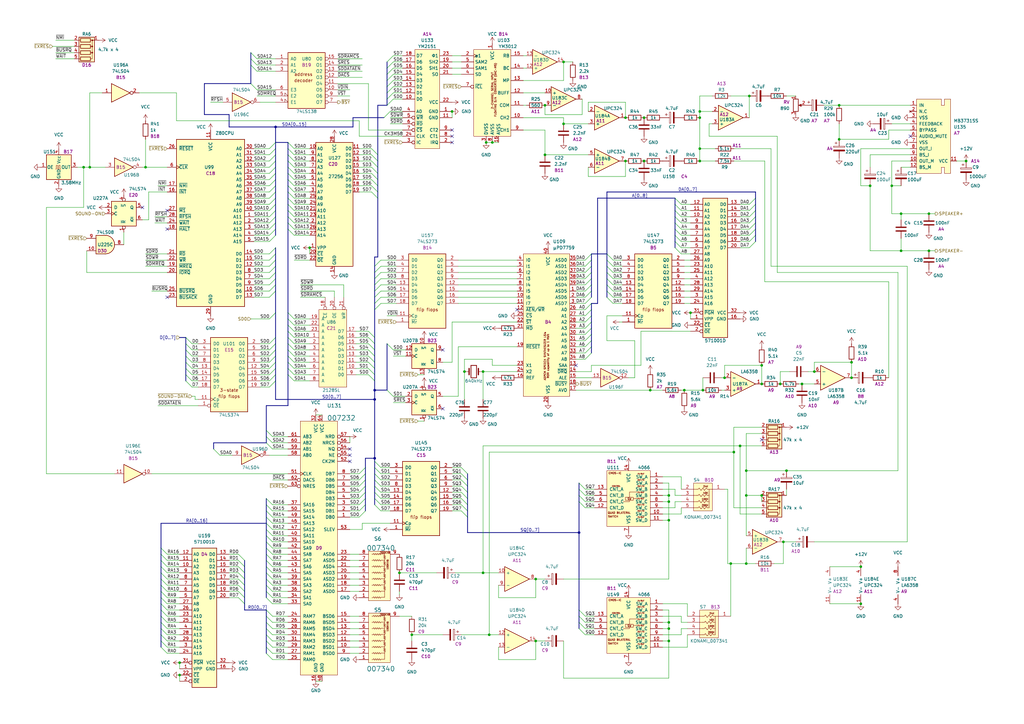
<source format=kicad_sch>
(kicad_sch (version 20230121) (generator eeschema)
  (paper "A3")
  (title_block (title "The Final Round") (date "2023-05-11") (company "Konami GX870"))
  (junction (at 353.06 232.41))
  (junction (at 231.14 50.8))
  (junction (at 321.31 222.25))
  (junction (at 381 87.63))
  (junction (at 344.17 43.18))
  (junction (at 113.03 52.07))
  (junction (at 306.07 193.04))
  (junction (at 153.67 163.83))
  (junction (at 287.02 45.72))
  (junction (at 36.83 68.58))
  (junction (at 280.67 160.02))
  (junction (at 73.66 276.86))
  (junction (at 219.71 237.49))
  (junction (at 306.07 231.14))
  (junction (at 274.32 262.89))
  (junction (at 256.54 48.26))
  (junction (at 274.32 255.27))
  (junction (at 288.29 160.02))
  (junction (at 163.83 234.95))
  (junction (at 219.71 262.89))
  (junction (at 274.32 257.81))
  (junction (at 264.16 48.26))
  (junction (at 264.16 66.04))
  (junction (at 127 101.6))
  (junction (at 198.12 234.95))
  (junction (at 320.04 157.48))
  (junction (at 200.66 260.35))
  (junction (at 274.32 213.36))
  (junction (at 300.99 185.42))
  (junction (at 153.67 160.02))
  (junction (at 73.66 271.78))
  (junction (at 59.69 68.58))
  (junction (at 283.21 128.27))
  (junction (at 349.25 154.94))
  (junction (at 396.24 66.04))
  (junction (at 190.5 152.4))
  (junction (at 168.91 260.35))
  (junction (at 306.07 203.2))
  (junction (at 266.7 160.02))
  (junction (at 312.42 203.2))
  (junction (at 185.42 45.72))
  (junction (at 307.34 39.37))
  (junction (at 303.53 182.88))
  (junction (at 328.93 157.48))
  (junction (at 369.57 87.63))
  (junction (at 299.72 231.14))
  (junction (at 353.06 247.65))
  (junction (at 34.29 68.58))
  (junction (at 287.02 66.04))
  (junction (at 223.52 63.5))
  (junction (at 344.17 57.15))
  (junction (at 287.02 60.96))
  (junction (at 312.42 157.48))
  (junction (at 201.93 58.42))
  (junction (at 274.32 203.2))
  (junction (at 369.57 102.87))
  (junction (at 274.32 205.74))
  (junction (at 237.49 218.44))
  (junction (at 349.25 148.59))
  (junction (at 322.58 193.04))
  (junction (at 365.76 76.2))
  (junction (at 381 102.87))
  (junction (at 312.42 149.86))
  (junction (at 256.54 66.04))
  (junction (at 287.02 48.26))
  (junction (at 223.52 43.18))
  (junction (at 334.01 152.4))
  (junction (at 199.39 58.42))
  (junction (at 153.67 187.96))
  (junction (at 356.87 76.2))
  (junction (at 297.18 154.94))
  (junction (at 198.12 152.4))
  (junction (at 231.14 25.4))
  (no_connect (at 181.61 143.51))
  (no_connect (at 185.42 58.42))
  (no_connect (at 68.58 86.36))
  (no_connect (at 143.51 186.69))
  (no_connect (at 373.38 55.88))
  (no_connect (at 181.61 167.64))
  (no_connect (at 58.42 85.09))
  (no_connect (at 143.51 189.23))
  (no_connect (at 68.58 121.92))
  (no_connect (at 185.42 55.88))
  (no_connect (at 143.51 184.15))
  (no_connect (at 236.22 149.86))
  (no_connect (at 185.42 53.34))
  (no_connect (at 212.09 127))
  (no_connect (at 312.42 180.34))
  (no_connect (at 68.58 93.98))
  (bus_entry (at 307.34 93.98) (size 2.54 -2.54))
  (bus_entry (at 110.49 63.5) (size 2.54 -2.54))
  (bus_entry (at 152.4 63.5) (size 2.54 2.54))
  (bus_entry (at 237.49 203.2) (size 2.54 2.54))
  (bus_entry (at 110.49 158.75) (size 2.54 -2.54))
  (bus_entry (at 152.4 60.96) (size 2.54 2.54))
  (bus_entry (at 110.49 88.9) (size 2.54 -2.54))
  (bus_entry (at 240.03 134.62) (size 2.54 -2.54))
  (bus_entry (at 191.77 196.85) (size -2.54 -2.54))
  (bus_entry (at 153.67 124.46) (size 2.54 -2.54))
  (bus_entry (at 66.04 255.27) (size 2.54 2.54))
  (bus_entry (at 109.22 240.03) (size 2.54 2.54))
  (bus_entry (at 240.03 121.92) (size 2.54 -2.54))
  (bus_entry (at 248.92 121.92) (size 2.54 2.54))
  (bus_entry (at 248.92 116.84) (size 2.54 2.54))
  (bus_entry (at 110.49 121.92) (size 2.54 -2.54))
  (bus_entry (at 109.22 224.79) (size 2.54 2.54))
  (bus_entry (at 240.03 106.68) (size 2.54 -2.54))
  (bus_entry (at 109.22 255.27) (size 2.54 2.54))
  (bus_entry (at 102.87 34.29) (size 2.54 2.54))
  (bus_entry (at 191.77 201.93) (size -2.54 -2.54))
  (bus_entry (at 118.11 148.59) (size 2.54 2.54))
  (bus_entry (at 110.49 143.51) (size 2.54 -2.54))
  (bus_entry (at 118.11 63.5) (size 2.54 2.54))
  (bus_entry (at 66.04 229.87) (size 2.54 2.54))
  (bus_entry (at 118.11 71.12) (size 2.54 2.54))
  (bus_entry (at 118.11 138.43) (size 2.54 2.54))
  (bus_entry (at 307.34 83.82) (size 2.54 -2.54))
  (bus_entry (at 240.03 114.3) (size 2.54 -2.54))
  (bus_entry (at 158.75 35.56) (size 2.54 -2.54))
  (bus_entry (at 158.75 40.64) (size 2.54 -2.54))
  (bus_entry (at 109.22 232.41) (size 2.54 2.54))
  (bus_entry (at 158.75 43.18) (size 2.54 -2.54))
  (bus_entry (at 109.22 257.81) (size 2.54 2.54))
  (bus_entry (at 97.79 234.95) (size 2.54 2.54))
  (bus_entry (at 153.67 151.13) (size -2.54 -2.54))
  (bus_entry (at 118.11 133.35) (size 2.54 2.54))
  (bus_entry (at 152.4 71.12) (size 2.54 2.54))
  (bus_entry (at 158.75 27.94) (size 2.54 -2.54))
  (bus_entry (at 109.22 265.43) (size 2.54 2.54))
  (bus_entry (at 240.03 109.22) (size 2.54 -2.54))
  (bus_entry (at 276.86 96.52) (size 2.54 2.54))
  (bus_entry (at 78.74 151.13) (size -2.54 -2.54))
  (bus_entry (at 240.03 142.24) (size 2.54 -2.54))
  (bus_entry (at 66.04 245.11) (size 2.54 2.54))
  (bus_entry (at 191.77 212.09) (size -2.54 -2.54))
  (bus_entry (at 102.87 24.13) (size 2.54 2.54))
  (bus_entry (at 97.79 240.03) (size 2.54 2.54))
  (bus_entry (at 237.49 257.81) (size 2.54 2.54))
  (bus_entry (at 118.11 140.97) (size 2.54 2.54))
  (bus_entry (at 191.77 194.31) (size -2.54 -2.54))
  (bus_entry (at 97.79 245.11) (size 2.54 2.54))
  (bus_entry (at 237.49 200.66) (size 2.54 2.54))
  (bus_entry (at 191.77 204.47) (size -2.54 -2.54))
  (bus_entry (at 109.22 234.95) (size 2.54 2.54))
  (bus_entry (at 118.11 86.36) (size 2.54 2.54))
  (bus_entry (at 97.79 232.41) (size 2.54 2.54))
  (bus_entry (at 152.4 66.04) (size 2.54 2.54))
  (bus_entry (at 276.86 99.06) (size 2.54 2.54))
  (bus_entry (at 109.22 209.55) (size 2.54 2.54))
  (bus_entry (at 109.22 181.61) (size 2.54 2.54))
  (bus_entry (at 276.86 83.82) (size 2.54 2.54))
  (bus_entry (at 110.49 140.97) (size 2.54 -2.54))
  (bus_entry (at 191.77 199.39) (size -2.54 -2.54))
  (bus_entry (at 149.86 196.85) (size -2.54 2.54))
  (bus_entry (at 276.86 86.36) (size 2.54 2.54))
  (bus_entry (at 237.49 255.27) (size 2.54 2.54))
  (bus_entry (at 276.86 93.98) (size 2.54 2.54))
  (bus_entry (at 109.22 262.89) (size 2.54 2.54))
  (bus_entry (at 109.22 176.53) (size 2.54 2.54))
  (bus_entry (at 109.22 179.07) (size 2.54 2.54))
  (bus_entry (at 110.49 91.44) (size 2.54 -2.54))
  (bus_entry (at 109.22 217.17) (size 2.54 2.54))
  (bus_entry (at 118.11 66.04) (size 2.54 2.54))
  (bus_entry (at 307.34 96.52) (size 2.54 -2.54))
  (bus_entry (at 156.21 196.85) (size -2.54 -2.54))
  (bus_entry (at 109.22 245.11) (size 2.54 2.54))
  (bus_entry (at 110.49 68.58) (size 2.54 -2.54))
  (bus_entry (at 149.86 204.47) (size -2.54 2.54))
  (bus_entry (at 153.67 121.92) (size 2.54 -2.54))
  (bus_entry (at 191.77 207.01) (size -2.54 -2.54))
  (bus_entry (at 153.67 114.3) (size 2.54 -2.54))
  (bus_entry (at 109.22 207.01) (size 2.54 2.54))
  (bus_entry (at 152.4 76.2) (size 2.54 2.54))
  (bus_entry (at 149.86 191.77) (size -2.54 2.54))
  (bus_entry (at 109.22 212.09) (size 2.54 2.54))
  (bus_entry (at 109.22 260.35) (size 2.54 2.54))
  (bus_entry (at 161.29 162.56) (size -2.54 -2.54))
  (bus_entry (at 237.49 250.19) (size 2.54 2.54))
  (bus_entry (at 110.49 109.22) (size 2.54 -2.54))
  (bus_entry (at 191.77 209.55) (size -2.54 -2.54))
  (bus_entry (at 102.87 26.67) (size 2.54 2.54))
  (bus_entry (at 109.22 222.25) (size 2.54 2.54))
  (bus_entry (at 110.49 153.67) (size 2.54 -2.54))
  (bus_entry (at 152.4 68.58) (size 2.54 2.54))
  (bus_entry (at 110.49 66.04) (size 2.54 -2.54))
  (bus_entry (at 153.67 146.05) (size -2.54 -2.54))
  (bus_entry (at 240.03 129.54) (size 2.54 -2.54))
  (bus_entry (at 240.03 147.32) (size 2.54 -2.54))
  (bus_entry (at 248.92 109.22) (size 2.54 2.54))
  (bus_entry (at 78.74 153.67) (size -2.54 -2.54))
  (bus_entry (at 66.04 232.41) (size 2.54 2.54))
  (bus_entry (at 240.03 111.76) (size 2.54 -2.54))
  (bus_entry (at 153.67 127) (size 2.54 -2.54))
  (bus_entry (at 158.75 30.48) (size 2.54 -2.54))
  (bus_entry (at 110.49 119.38) (size 2.54 -2.54))
  (bus_entry (at 118.11 146.05) (size 2.54 2.54))
  (bus_entry (at 118.11 58.42) (size 2.54 2.54))
  (bus_entry (at 153.67 140.97) (size -2.54 -2.54))
  (bus_entry (at 110.49 86.36) (size 2.54 -2.54))
  (bus_entry (at 110.49 76.2) (size 2.54 -2.54))
  (bus_entry (at 307.34 86.36) (size 2.54 -2.54))
  (bus_entry (at 118.11 78.74) (size 2.54 2.54))
  (bus_entry (at 161.29 143.51) (size -2.54 -2.54))
  (bus_entry (at 240.03 132.08) (size 2.54 -2.54))
  (bus_entry (at 307.34 91.44) (size 2.54 -2.54))
  (bus_entry (at 110.49 96.52) (size 2.54 -2.54))
  (bus_entry (at 118.11 130.81) (size 2.54 2.54))
  (bus_entry (at 157.48 48.26) (size 2.54 -2.54))
  (bus_entry (at 109.22 204.47) (size 2.54 2.54))
  (bus_entry (at 78.74 158.75) (size -2.54 -2.54))
  (bus_entry (at 102.87 21.59) (size 2.54 2.54))
  (bus_entry (at 118.11 88.9) (size 2.54 2.54))
  (bus_entry (at 110.49 83.82) (size 2.54 -2.54))
  (bus_entry (at 110.49 106.68) (size 2.54 -2.54))
  (bus_entry (at 149.86 201.93) (size -2.54 2.54))
  (bus_entry (at 110.49 104.14) (size 2.54 -2.54))
  (bus_entry (at 118.11 93.98) (size 2.54 2.54))
  (bus_entry (at 156.21 209.55) (size -2.54 -2.54))
  (bus_entry (at 152.4 73.66) (size 2.54 2.54))
  (bus_entry (at 66.04 242.57) (size 2.54 2.54))
  (bus_entry (at 153.67 111.76) (size 2.54 -2.54))
  (bus_entry (at 109.22 242.57) (size 2.54 2.54))
  (bus_entry (at 276.86 81.28) (size 2.54 2.54))
  (bus_entry (at 118.11 128.27) (size 2.54 2.54))
  (bus_entry (at 158.75 38.1) (size 2.54 -2.54))
  (bus_entry (at 110.49 114.3) (size 2.54 -2.54))
  (bus_entry (at 153.67 156.21) (size -2.54 -2.54))
  (bus_entry (at 153.67 148.59) (size -2.54 -2.54))
  (bus_entry (at 78.74 146.05) (size -2.54 -2.54))
  (bus_entry (at 118.11 153.67) (size 2.54 2.54))
  (bus_entry (at 153.67 153.67) (size -2.54 -2.54))
  (bus_entry (at 153.67 116.84) (size 2.54 -2.54))
  (bus_entry (at 78.74 148.59) (size -2.54 -2.54))
  (bus_entry (at 248.92 104.14) (size 2.54 2.54))
  (bus_entry (at 78.74 156.21) (size -2.54 -2.54))
  (bus_entry (at 66.04 240.03) (size 2.54 2.54))
  (bus_entry (at 66.04 234.95) (size 2.54 2.54))
  (bus_entry (at 110.49 130.81) (size 2.54 -2.54))
  (bus_entry (at 276.86 101.6) (size 2.54 2.54))
  (bus_entry (at 118.11 143.51) (size 2.54 2.54))
  (bus_entry (at 149.86 209.55) (size -2.54 2.54))
  (bus_entry (at 118.11 76.2) (size 2.54 2.54))
  (bus_entry (at 118.11 91.44) (size 2.54 2.54))
  (bus_entry (at 240.03 139.7) (size 2.54 -2.54))
  (bus_entry (at 110.49 116.84) (size 2.54 -2.54))
  (bus_entry (at 240.03 119.38) (size 2.54 -2.54))
  (bus_entry (at 109.22 237.49) (size 2.54 2.54))
  (bus_entry (at 97.79 229.87) (size 2.54 2.54))
  (bus_entry (at 87.63 184.15) (size 2.54 2.54))
  (bus_entry (at 66.04 262.89) (size 2.54 2.54))
  (bus_entry (at 240.03 137.16) (size 2.54 -2.54))
  (bus_entry (at 118.11 81.28) (size 2.54 2.54))
  (bus_entry (at 109.22 250.19) (size 2.54 2.54))
  (bus_entry (at 118.11 135.89) (size 2.54 2.54))
  (bus_entry (at 276.86 91.44) (size 2.54 2.54))
  (bus_entry (at 110.49 148.59) (size 2.54 -2.54))
  (bus_entry (at 237.49 198.12) (size 2.54 2.54))
  (bus_entry (at 156.21 204.47) (size -2.54 -2.54))
  (bus_entry (at 97.79 237.49) (size 2.54 2.54))
  (bus_entry (at 156.21 191.77) (size -2.54 -2.54))
  (bus_entry (at 237.49 252.73) (size 2.54 2.54))
  (bus_entry (at 66.04 257.81) (size 2.54 2.54))
  (bus_entry (at 307.34 99.06) (size 2.54 -2.54))
  (bus_entry (at 97.79 227.33) (size 2.54 2.54))
  (bus_entry (at 156.21 194.31) (size -2.54 -2.54))
  (bus_entry (at 248.92 111.76) (size 2.54 2.54))
  (bus_entry (at 248.92 106.68) (size 2.54 2.54))
  (bus_entry (at 118.11 83.82) (size 2.54 2.54))
  (bus_entry (at 110.49 71.12) (size 2.54 -2.54))
  (bus_entry (at 66.04 227.33) (size 2.54 2.54))
  (bus_entry (at 240.03 116.84) (size 2.54 -2.54))
  (bus_entry (at 78.74 140.97) (size -2.54 -2.54))
  (bus_entry (at 97.79 242.57) (size 2.54 2.54))
  (bus_entry (at 307.34 88.9) (size 2.54 -2.54))
  (bus_entry (at 110.49 99.06) (size 2.54 -2.54))
  (bus_entry (at 66.04 252.73) (size 2.54 2.54))
  (bus_entry (at 153.67 119.38) (size 2.54 -2.54))
  (bus_entry (at 276.86 88.9) (size 2.54 2.54))
  (bus_entry (at 109.22 219.71) (size 2.54 2.54))
  (bus_entry (at 149.86 194.31) (size -2.54 2.54))
  (bus_entry (at 240.03 124.46) (size 2.54 -2.54))
  (bus_entry (at 110.49 93.98) (size 2.54 -2.54))
  (bus_entry (at 152.4 78.74) (size 2.54 2.54))
  (bus_entry (at 156.21 207.01) (size -2.54 -2.54))
  (bus_entry (at 248.92 114.3) (size 2.54 2.54))
  (bus_entry (at 110.49 60.96) (size 2.54 -2.54))
  (bus_entry (at 118.11 68.58) (size 2.54 2.54))
  (bus_entry (at 66.04 224.79) (size 2.54 2.54))
  (bus_entry (at 66.04 247.65) (size 2.54 2.54))
  (bus_entry (at 149.86 199.39) (size -2.54 2.54))
  (bus_entry (at 109.22 252.73) (size 2.54 2.54))
  (bus_entry (at 110.49 81.28) (size 2.54 -2.54))
  (bus_entry (at 109.22 267.97) (size 2.54 2.54))
  (bus_entry (at 240.03 127) (size 2.54 -2.54))
  (bus_entry (at 153.67 138.43) (size -2.54 -2.54))
  (bus_entry (at 110.49 78.74) (size 2.54 -2.54))
  (bus_entry (at 149.86 207.01) (size -2.54 2.54))
  (bus_entry (at 110.49 111.76) (size 2.54 -2.54))
  (bus_entry (at 156.21 199.39) (size -2.54 -2.54))
  (bus_entry (at 156.21 201.93) (size -2.54 -2.54))
  (bus_entry (at 118.11 60.96) (size 2.54 2.54))
  (bus_entry (at 66.04 250.19) (size 2.54 2.54))
  (bus_entry (at 78.74 143.51) (size -2.54 -2.54))
  (bus_entry (at 110.49 151.13) (size 2.54 -2.54))
  (bus_entry (at 153.67 143.51) (size -2.54 -2.54))
  (bus_entry (at 307.34 101.6) (size 2.54 -2.54))
  (bus_entry (at 240.03 144.78) (size 2.54 -2.54))
  (bus_entry (at 66.04 260.35) (size 2.54 2.54))
  (bus_entry (at 66.04 265.43) (size 2.54 2.54))
  (bus_entry (at 66.04 237.49) (size 2.54 2.54))
  (bus_entry (at 109.22 214.63) (size 2.54 2.54))
  (bus_entry (at 237.49 205.74) (size 2.54 2.54))
  (bus_entry (at 110.49 156.21) (size 2.54 -2.54))
  (bus_entry (at 248.92 119.38) (size 2.54 2.54))
  (bus_entry (at 158.75 33.02) (size 2.54 -2.54))
  (bus_entry (at 110.49 73.66) (size 2.54 -2.54))
  (bus_entry (at 118.11 73.66) (size 2.54 2.54))
  (bus_entry (at 158.75 25.4) (size 2.54 -2.54))
  (bus_entry (at 153.67 109.22) (size 2.54 -2.54))
  (bus_entry (at 109.22 229.87) (size 2.54 2.54))
  (bus_entry (at 118.11 151.13) (size 2.54 2.54))
  (bus_entry (at 110.49 146.05) (size 2.54 -2.54))
  (bus_entry (at 109.22 227.33) (size 2.54 2.54))
  (bus (pts (xy 118.11 63.5) (xy 118.11 66.04)))
  (wire (pts (xy 163.83 242.57) (xy 163.83 243.84)))
  (wire (pts (xy 146.05 148.59) (xy 151.13 148.59)))
  (wire (pts (xy 143.51 265.43) (xy 147.32 265.43)))
  (bus (pts (xy 154.94 78.74) (xy 154.94 81.28)))
  (wire (pts (xy 143.51 207.01) (xy 147.32 207.01)))
  (wire (pts (xy 72.39 38.1) (xy 72.39 49.53)))
  (wire (pts (xy 138.43 36.83) (xy 143.51 36.83)))
  (wire (pts (xy 80.01 162.56) (xy 80.01 163.83)))
  (wire (pts (xy 120.65 143.51) (xy 127 143.51)))
  (wire (pts (xy 120.65 68.58) (xy 127 68.58)))
  (bus (pts (xy 153.67 114.3) (xy 153.67 116.84)))
  (bus (pts (xy 113.03 104.14) (xy 113.03 106.68)))
  (bus (pts (xy 109.22 209.55) (xy 109.22 212.09)))
  (wire (pts (xy 138.43 26.67) (xy 148.59 26.67)))
  (bus (pts (xy 149.86 191.77) (xy 149.86 187.96)))
  (bus (pts (xy 66.04 260.35) (xy 66.04 257.81)))
  (wire (pts (xy 214.63 27.94) (xy 215.9 27.94)))
  (wire (pts (xy 279.4 88.9) (xy 283.21 88.9)))
  (wire (pts (xy 190.5 152.4) (xy 190.5 163.83)))
  (wire (pts (xy 279.4 203.2) (xy 276.86 203.2)))
  (wire (pts (xy 143.51 229.87) (xy 147.32 229.87)))
  (wire (pts (xy 78.74 156.21) (xy 81.28 156.21)))
  (wire (pts (xy 104.14 81.28) (xy 110.49 81.28)))
  (wire (pts (xy 161.29 146.05) (xy 166.37 146.05)))
  (bus (pts (xy 276.86 86.36) (xy 276.86 88.9)))
  (bus (pts (xy 100.33 229.87) (xy 100.33 232.41)))
  (wire (pts (xy 60.96 78.74) (xy 68.58 78.74)))
  (bus (pts (xy 154.94 81.28) (xy 154.94 105.41)))
  (wire (pts (xy 303.53 101.6) (xy 307.34 101.6)))
  (wire (pts (xy 111.76 247.65) (xy 118.11 247.65)))
  (wire (pts (xy 248.92 129.54) (xy 255.27 129.54)))
  (bus (pts (xy 109.22 219.71) (xy 109.22 222.25)))
  (bus (pts (xy 66.04 224.79) (xy 66.04 214.63)))
  (bus (pts (xy 113.03 138.43) (xy 113.03 140.97)))
  (wire (pts (xy 111.76 227.33) (xy 118.11 227.33)))
  (bus (pts (xy 102.87 24.13) (xy 102.87 26.67)))
  (wire (pts (xy 219.71 237.49) (xy 223.52 237.49)))
  (wire (pts (xy 274.32 198.12) (xy 274.32 203.2)))
  (wire (pts (xy 262.89 149.86) (xy 262.89 135.89)))
  (wire (pts (xy 161.29 33.02) (xy 165.1 33.02)))
  (wire (pts (xy 306.07 203.2) (xy 306.07 219.71)))
  (wire (pts (xy 372.11 109.22) (xy 316.23 109.22)))
  (bus (pts (xy 118.11 128.27) (xy 118.11 130.81)))
  (wire (pts (xy 161.29 27.94) (xy 165.1 27.94)))
  (wire (pts (xy 274.32 278.13) (xy 231.14 278.13)))
  (bus (pts (xy 276.86 99.06) (xy 276.86 101.6)))
  (wire (pts (xy 295.91 160.02) (xy 297.18 160.02)))
  (bus (pts (xy 109.22 265.43) (xy 109.22 267.97)))
  (wire (pts (xy 68.58 265.43) (xy 73.66 265.43)))
  (bus (pts (xy 66.04 247.65) (xy 66.04 245.11)))
  (wire (pts (xy 303.53 96.52) (xy 307.34 96.52)))
  (wire (pts (xy 147.32 55.88) (xy 165.1 55.88)))
  (wire (pts (xy 105.41 24.13) (xy 113.03 24.13)))
  (wire (pts (xy 111.76 179.07) (xy 118.11 179.07)))
  (wire (pts (xy 78.74 158.75) (xy 81.28 158.75)))
  (wire (pts (xy 240.03 252.73) (xy 243.84 252.73)))
  (wire (pts (xy 59.69 68.58) (xy 68.58 68.58)))
  (wire (pts (xy 161.29 35.56) (xy 165.1 35.56)))
  (wire (pts (xy 231.14 50.8) (xy 241.3 50.8)))
  (wire (pts (xy 279.4 93.98) (xy 283.21 93.98)))
  (wire (pts (xy 78.74 162.56) (xy 80.01 162.56)))
  (bus (pts (xy 237.49 250.19) (xy 237.49 252.73)))
  (bus (pts (xy 153.67 151.13) (xy 153.67 153.67)))
  (bus (pts (xy 153.67 204.47) (xy 153.67 207.01)))
  (wire (pts (xy 287.02 45.72) (xy 287.02 48.26)))
  (bus (pts (xy 113.03 128.27) (xy 113.03 138.43)))
  (wire (pts (xy 353.06 60.96) (xy 353.06 76.2)))
  (wire (pts (xy 120.65 96.52) (xy 127 96.52)))
  (bus (pts (xy 118.11 76.2) (xy 118.11 78.74)))
  (wire (pts (xy 271.78 260.35) (xy 279.4 260.35)))
  (wire (pts (xy 111.76 262.89) (xy 118.11 262.89)))
  (wire (pts (xy 147.32 71.12) (xy 152.4 71.12)))
  (bus (pts (xy 66.04 252.73) (xy 66.04 250.19)))
  (wire (pts (xy 181.61 148.59) (xy 185.42 148.59)))
  (wire (pts (xy 143.51 240.03) (xy 147.32 240.03)))
  (wire (pts (xy 236.22 106.68) (xy 240.03 106.68)))
  (wire (pts (xy 120.65 88.9) (xy 127 88.9)))
  (wire (pts (xy 161.29 22.86) (xy 165.1 22.86)))
  (bus (pts (xy 113.03 93.98) (xy 113.03 96.52)))
  (bus (pts (xy 237.49 252.73) (xy 237.49 255.27)))
  (bus (pts (xy 242.57 114.3) (xy 242.57 111.76)))
  (bus (pts (xy 76.2 138.43) (xy 76.2 140.97)))
  (wire (pts (xy 111.76 232.41) (xy 118.11 232.41)))
  (wire (pts (xy 251.46 106.68) (xy 255.27 106.68)))
  (wire (pts (xy 185.42 45.72) (xy 185.42 48.26)))
  (bus (pts (xy 242.57 104.14) (xy 248.92 104.14)))
  (bus (pts (xy 113.03 151.13) (xy 113.03 153.67)))
  (wire (pts (xy 163.83 234.95) (xy 179.07 234.95)))
  (bus (pts (xy 109.22 252.73) (xy 109.22 250.19)))
  (bus (pts (xy 153.67 119.38) (xy 153.67 121.92)))
  (bus (pts (xy 109.22 227.33) (xy 109.22 229.87)))
  (bus (pts (xy 154.94 66.04) (xy 154.94 68.58)))
  (wire (pts (xy 306.07 203.2) (xy 312.42 203.2)))
  (bus (pts (xy 118.11 135.89) (xy 118.11 138.43)))
  (wire (pts (xy 171.45 172.72) (xy 173.99 172.72)))
  (wire (pts (xy 283.21 128.27) (xy 283.21 130.81)))
  (bus (pts (xy 66.04 265.43) (xy 66.04 262.89)))
  (bus (pts (xy 113.03 153.67) (xy 113.03 156.21)))
  (bus (pts (xy 113.03 86.36) (xy 113.03 88.9)))
  (bus (pts (xy 242.57 127) (xy 242.57 124.46)))
  (bus (pts (xy 153.67 148.59) (xy 153.67 151.13)))
  (wire (pts (xy 364.49 53.34) (xy 373.38 53.34)))
  (bus (pts (xy 113.03 73.66) (xy 113.03 76.2)))
  (wire (pts (xy 21.59 19.05) (xy 30.48 19.05)))
  (wire (pts (xy 146.05 143.51) (xy 151.13 143.51)))
  (wire (pts (xy 279.4 252.73) (xy 279.4 255.27)))
  (bus (pts (xy 149.86 196.85) (xy 149.86 194.31)))
  (wire (pts (xy 214.63 48.26) (xy 231.14 48.26)))
  (bus (pts (xy 242.57 119.38) (xy 242.57 116.84)))
  (wire (pts (xy 143.51 201.93) (xy 147.32 201.93)))
  (bus (pts (xy 118.11 138.43) (xy 118.11 140.97)))
  (wire (pts (xy 240.03 255.27) (xy 243.84 255.27)))
  (wire (pts (xy 106.68 41.91) (xy 113.03 41.91)))
  (wire (pts (xy 111.76 267.97) (xy 118.11 267.97)))
  (wire (pts (xy 111.76 209.55) (xy 118.11 209.55)))
  (wire (pts (xy 287.02 60.96) (xy 293.37 60.96)))
  (wire (pts (xy 274.32 203.2) (xy 274.32 205.74)))
  (bus (pts (xy 76.2 143.51) (xy 76.2 146.05)))
  (wire (pts (xy 156.21 196.85) (xy 160.02 196.85)))
  (bus (pts (xy 66.04 242.57) (xy 66.04 240.03)))
  (bus (pts (xy 118.11 60.96) (xy 118.11 63.5)))
  (bus (pts (xy 93.98 52.07) (xy 113.03 52.07)))
  (wire (pts (xy 161.29 40.64) (xy 165.1 40.64)))
  (wire (pts (xy 146.05 135.89) (xy 151.13 135.89)))
  (wire (pts (xy 187.96 162.56) (xy 181.61 162.56)))
  (wire (pts (xy 306.07 193.04) (xy 306.07 203.2)))
  (wire (pts (xy 187.96 124.46) (xy 212.09 124.46)))
  (bus (pts (xy 102.87 21.59) (xy 102.87 24.13)))
  (wire (pts (xy 312.42 182.88) (xy 303.53 182.88)))
  (bus (pts (xy 113.03 78.74) (xy 113.03 81.28)))
  (bus (pts (xy 153.67 191.77) (xy 153.67 194.31)))
  (wire (pts (xy 364.49 57.15) (xy 364.49 53.34)))
  (wire (pts (xy 236.22 132.08) (xy 240.03 132.08)))
  (wire (pts (xy 156.21 191.77) (xy 160.02 191.77)))
  (wire (pts (xy 34.29 85.09) (xy 19.05 85.09)))
  (wire (pts (xy 147.32 76.2) (xy 152.4 76.2)))
  (bus (pts (xy 191.77 201.93) (xy 191.77 204.47)))
  (bus (pts (xy 242.57 116.84) (xy 242.57 114.3)))
  (wire (pts (xy 104.14 88.9) (xy 110.49 88.9)))
  (wire (pts (xy 59.69 68.58) (xy 58.42 68.58)))
  (wire (pts (xy 276.86 200.66) (xy 271.78 200.66)))
  (wire (pts (xy 111.76 257.81) (xy 118.11 257.81)))
  (bus (pts (xy 154.94 105.41) (xy 153.67 105.41)))
  (wire (pts (xy 106.68 148.59) (xy 110.49 148.59)))
  (bus (pts (xy 109.22 242.57) (xy 109.22 245.11)))
  (wire (pts (xy 143.51 237.49) (xy 147.32 237.49)))
  (wire (pts (xy 93.98 229.87) (xy 97.79 229.87)))
  (wire (pts (xy 111.76 219.71) (xy 118.11 219.71)))
  (wire (pts (xy 104.14 68.58) (xy 110.49 68.58)))
  (wire (pts (xy 185.42 191.77) (xy 189.23 191.77)))
  (bus (pts (xy 100.33 234.95) (xy 100.33 237.49)))
  (wire (pts (xy 143.51 194.31) (xy 147.32 194.31)))
  (wire (pts (xy 146.05 140.97) (xy 151.13 140.97)))
  (wire (pts (xy 104.14 96.52) (xy 110.49 96.52)))
  (bus (pts (xy 237.49 205.74) (xy 237.49 218.44)))
  (wire (pts (xy 120.65 135.89) (xy 127 135.89)))
  (wire (pts (xy 266.7 160.02) (xy 271.78 160.02)))
  (bus (pts (xy 100.33 247.65) (xy 100.33 250.19)))
  (wire (pts (xy 287.02 66.04) (xy 293.37 66.04)))
  (wire (pts (xy 120.65 153.67) (xy 127 153.67)))
  (wire (pts (xy 143.51 232.41) (xy 147.32 232.41)))
  (wire (pts (xy 262.89 135.89) (xy 283.21 135.89)))
  (wire (pts (xy 185.42 204.47) (xy 189.23 204.47)))
  (wire (pts (xy 156.21 209.55) (xy 160.02 209.55)))
  (wire (pts (xy 236.22 109.22) (xy 240.03 109.22)))
  (wire (pts (xy 187.96 106.68) (xy 212.09 106.68)))
  (wire (pts (xy 147.32 49.53) (xy 147.32 55.88)))
  (wire (pts (xy 236.22 114.3) (xy 240.03 114.3)))
  (wire (pts (xy 279.4 104.14) (xy 283.21 104.14)))
  (bus (pts (xy 109.22 255.27) (xy 109.22 252.73)))
  (wire (pts (xy 68.58 252.73) (xy 73.66 252.73)))
  (wire (pts (xy 104.14 73.66) (xy 110.49 73.66)))
  (wire (pts (xy 365.76 87.63) (xy 369.57 87.63)))
  (bus (pts (xy 113.03 146.05) (xy 113.03 148.59)))
  (wire (pts (xy 198.12 182.88) (xy 303.53 182.88)))
  (wire (pts (xy 104.14 116.84) (xy 110.49 116.84)))
  (bus (pts (xy 276.86 91.44) (xy 276.86 93.98)))
  (bus (pts (xy 66.04 257.81) (xy 66.04 255.27)))
  (wire (pts (xy 147.32 78.74) (xy 152.4 78.74)))
  (wire (pts (xy 68.58 262.89) (xy 73.66 262.89)))
  (wire (pts (xy 156.21 114.3) (xy 162.56 114.3)))
  (bus (pts (xy 248.92 116.84) (xy 248.92 119.38)))
  (wire (pts (xy 316.23 109.22) (xy 316.23 60.96)))
  (wire (pts (xy 328.93 157.48) (xy 327.66 157.48)))
  (wire (pts (xy 372.11 109.22) (xy 372.11 222.25)))
  (bus (pts (xy 109.22 207.01) (xy 109.22 209.55)))
  (bus (pts (xy 118.11 58.42) (xy 118.11 60.96)))
  (bus (pts (xy 113.03 119.38) (xy 113.03 128.27)))
  (wire (pts (xy 106.68 156.21) (xy 110.49 156.21)))
  (wire (pts (xy 251.46 119.38) (xy 255.27 119.38)))
  (bus (pts (xy 158.75 33.02) (xy 158.75 35.56)))
  (wire (pts (xy 168.91 260.35) (xy 181.61 260.35)))
  (wire (pts (xy 189.23 260.35) (xy 200.66 260.35)))
  (bus (pts (xy 242.57 139.7) (xy 242.57 137.16)))
  (bus (pts (xy 109.22 232.41) (xy 109.22 234.95)))
  (wire (pts (xy 22.86 21.59) (xy 30.48 21.59)))
  (wire (pts (xy 147.32 49.53) (xy 72.39 49.53)))
  (wire (pts (xy 340.36 232.41) (xy 353.06 232.41)))
  (wire (pts (xy 104.14 83.82) (xy 110.49 83.82)))
  (bus (pts (xy 118.11 86.36) (xy 118.11 88.9)))
  (wire (pts (xy 185.42 30.48) (xy 189.23 30.48)))
  (bus (pts (xy 153.67 143.51) (xy 153.67 146.05)))
  (bus (pts (xy 87.63 181.61) (xy 109.22 181.61)))
  (bus (pts (xy 113.03 101.6) (xy 113.03 104.14)))
  (wire (pts (xy 161.29 143.51) (xy 166.37 143.51)))
  (bus (pts (xy 83.82 46.99) (xy 93.98 46.99)))
  (wire (pts (xy 146.05 153.67) (xy 151.13 153.67)))
  (bus (pts (xy 113.03 106.68) (xy 113.03 109.22)))
  (wire (pts (xy 312.42 149.86) (xy 297.18 149.86)))
  (wire (pts (xy 276.86 203.2) (xy 276.86 200.66)))
  (wire (pts (xy 344.17 57.15) (xy 364.49 57.15)))
  (wire (pts (xy 185.42 27.94) (xy 189.23 27.94)))
  (wire (pts (xy 80.01 163.83) (xy 81.28 163.83)))
  (wire (pts (xy 298.45 200.66) (xy 298.45 231.14)))
  (bus (pts (xy 245.11 124.46) (xy 245.11 81.28)))
  (bus (pts (xy 113.03 163.83) (xy 113.03 156.21)))
  (bus (pts (xy 242.57 106.68) (xy 242.57 104.14)))
  (wire (pts (xy 93.98 240.03) (xy 97.79 240.03)))
  (wire (pts (xy 279.4 101.6) (xy 283.21 101.6)))
  (wire (pts (xy 251.46 121.92) (xy 255.27 121.92)))
  (wire (pts (xy 287.02 45.72) (xy 292.1 45.72)))
  (bus (pts (xy 309.88 91.44) (xy 309.88 88.9)))
  (bus (pts (xy 309.88 81.28) (xy 309.88 78.74)))
  (wire (pts (xy 111.76 229.87) (xy 118.11 229.87)))
  (wire (pts (xy 120.65 66.04) (xy 127 66.04)))
  (wire (pts (xy 236.22 137.16) (xy 240.03 137.16)))
  (wire (pts (xy 68.58 257.81) (xy 73.66 257.81)))
  (wire (pts (xy 236.22 134.62) (xy 240.03 134.62)))
  (wire (pts (xy 111.76 207.01) (xy 118.11 207.01)))
  (wire (pts (xy 111.76 217.17) (xy 118.11 217.17)))
  (wire (pts (xy 78.74 143.51) (xy 81.28 143.51)))
  (bus (pts (xy 276.86 96.52) (xy 276.86 99.06)))
  (wire (pts (xy 274.32 205.74) (xy 274.32 213.36)))
  (wire (pts (xy 271.78 262.89) (xy 274.32 262.89)))
  (wire (pts (xy 143.51 255.27) (xy 147.32 255.27)))
  (wire (pts (xy 251.46 114.3) (xy 255.27 114.3)))
  (bus (pts (xy 153.67 187.96) (xy 153.67 163.83)))
  (wire (pts (xy 299.72 231.14) (xy 299.72 252.73)))
  (bus (pts (xy 158.75 27.94) (xy 158.75 30.48)))
  (wire (pts (xy 111.76 196.85) (xy 118.11 196.85)))
  (wire (pts (xy 68.58 242.57) (xy 73.66 242.57)))
  (wire (pts (xy 271.78 210.82) (xy 279.4 210.82)))
  (bus (pts (xy 100.33 245.11) (xy 100.33 247.65)))
  (wire (pts (xy 280.67 109.22) (xy 283.21 109.22)))
  (wire (pts (xy 111.76 214.63) (xy 118.11 214.63)))
  (wire (pts (xy 295.91 154.94) (xy 297.18 154.94)))
  (wire (pts (xy 279.4 86.36) (xy 283.21 86.36)))
  (wire (pts (xy 381 87.63) (xy 383.54 87.63)))
  (wire (pts (xy 111.76 245.11) (xy 118.11 245.11)))
  (wire (pts (xy 274.32 255.27) (xy 274.32 257.81)))
  (bus (pts (xy 118.11 78.74) (xy 118.11 81.28)))
  (wire (pts (xy 106.68 140.97) (xy 110.49 140.97)))
  (bus (pts (xy 113.03 71.12) (xy 113.03 73.66)))
  (wire (pts (xy 143.51 234.95) (xy 147.32 234.95)))
  (wire (pts (xy 281.94 265.43) (xy 281.94 260.35)))
  (wire (pts (xy 156.21 199.39) (xy 160.02 199.39)))
  (bus (pts (xy 118.11 146.05) (xy 118.11 148.59)))
  (bus (pts (xy 242.57 144.78) (xy 242.57 142.24)))
  (bus (pts (xy 248.92 119.38) (xy 248.92 121.92)))
  (wire (pts (xy 276.86 205.74) (xy 279.4 205.74)))
  (wire (pts (xy 120.65 156.21) (xy 127 156.21)))
  (wire (pts (xy 138.43 31.75) (xy 148.59 31.75)))
  (wire (pts (xy 200.66 260.35) (xy 204.47 260.35)))
  (bus (pts (xy 153.67 127) (xy 153.67 138.43)))
  (wire (pts (xy 111.76 265.43) (xy 118.11 265.43)))
  (wire (pts (xy 236.22 124.46) (xy 240.03 124.46)))
  (bus (pts (xy 118.11 68.58) (xy 118.11 71.12)))
  (bus (pts (xy 158.75 35.56) (xy 158.75 38.1)))
  (bus (pts (xy 191.77 209.55) (xy 191.77 212.09)))
  (bus (pts (xy 66.04 229.87) (xy 66.04 227.33)))
  (wire (pts (xy 219.71 270.51) (xy 219.71 262.89)))
  (bus (pts (xy 113.03 76.2) (xy 113.03 78.74)))
  (wire (pts (xy 161.29 30.48) (xy 165.1 30.48)))
  (bus (pts (xy 100.33 232.41) (xy 100.33 234.95)))
  (bus (pts (xy 309.88 96.52) (xy 309.88 93.98)))
  (wire (pts (xy 369.57 87.63) (xy 381 87.63)))
  (wire (pts (xy 64.77 166.37) (xy 81.28 166.37)))
  (wire (pts (xy 120.65 73.66) (xy 127 73.66)))
  (wire (pts (xy 271.78 247.65) (xy 281.94 247.65)))
  (bus (pts (xy 73.66 138.43) (xy 76.2 138.43)))
  (wire (pts (xy 160.02 48.26) (xy 165.1 48.26)))
  (bus (pts (xy 153.67 105.41) (xy 153.67 109.22)))
  (wire (pts (xy 349.25 148.59) (xy 334.01 148.59)))
  (wire (pts (xy 334.01 222.25) (xy 372.11 222.25)))
  (wire (pts (xy 104.14 93.98) (xy 110.49 93.98)))
  (wire (pts (xy 105.41 26.67) (xy 113.03 26.67)))
  (wire (pts (xy 204.47 270.51) (xy 219.71 270.51)))
  (wire (pts (xy 143.51 204.47) (xy 147.32 204.47)))
  (wire (pts (xy 298.45 231.14) (xy 299.72 231.14)))
  (wire (pts (xy 57.15 38.1) (xy 72.39 38.1)))
  (bus (pts (xy 242.57 129.54) (xy 242.57 127)))
  (wire (pts (xy 280.67 119.38) (xy 283.21 119.38)))
  (wire (pts (xy 156.21 121.92) (xy 162.56 121.92)))
  (wire (pts (xy 34.29 68.58) (xy 36.83 68.58)))
  (bus (pts (xy 118.11 66.04) (xy 118.11 68.58)))
  (wire (pts (xy 156.21 207.01) (xy 160.02 207.01)))
  (wire (pts (xy 365.76 76.2) (xy 369.57 76.2)))
  (wire (pts (xy 312.42 177.8) (xy 306.07 177.8)))
  (bus (pts (xy 118.11 166.37) (xy 118.11 153.67)))
  (bus (pts (xy 248.92 111.76) (xy 248.92 114.3)))
  (wire (pts (xy 185.42 207.01) (xy 189.23 207.01)))
  (wire (pts (xy 297.18 149.86) (xy 297.18 154.94)))
  (bus (pts (xy 66.04 262.89) (xy 66.04 260.35)))
  (wire (pts (xy 106.68 158.75) (xy 110.49 158.75)))
  (bus (pts (xy 87.63 184.15) (xy 87.63 181.61)))
  (wire (pts (xy 201.93 147.32) (xy 201.93 149.86)))
  (wire (pts (xy 104.14 119.38) (xy 110.49 119.38)))
  (wire (pts (xy 34.29 68.58) (xy 34.29 85.09)))
  (wire (pts (xy 279.4 99.06) (xy 283.21 99.06)))
  (bus (pts (xy 153.67 196.85) (xy 153.67 199.39)))
  (wire (pts (xy 93.98 245.11) (xy 97.79 245.11)))
  (wire (pts (xy 68.58 255.27) (xy 73.66 255.27)))
  (wire (pts (xy 280.67 160.02) (xy 288.29 160.02)))
  (wire (pts (xy 160.02 45.72) (xy 165.1 45.72)))
  (bus (pts (xy 109.22 181.61) (xy 109.22 179.07)))
  (wire (pts (xy 271.78 255.27) (xy 274.32 255.27)))
  (wire (pts (xy 185.42 194.31) (xy 189.23 194.31)))
  (bus (pts (xy 93.98 46.99) (xy 93.98 52.07)))
  (bus (pts (xy 113.03 66.04) (xy 113.03 68.58)))
  (bus (pts (xy 109.22 212.09) (xy 109.22 214.63)))
  (wire (pts (xy 356.87 63.5) (xy 373.38 63.5)))
  (wire (pts (xy 323.85 152.4) (xy 320.04 152.4)))
  (wire (pts (xy 123.19 116.84) (xy 140.97 116.84)))
  (wire (pts (xy 300.99 185.42) (xy 300.99 208.28)))
  (wire (pts (xy 331.47 152.4) (xy 334.01 152.4)))
  (wire (pts (xy 160.02 50.8) (xy 165.1 50.8)))
  (wire (pts (xy 279.4 96.52) (xy 283.21 96.52)))
  (bus (pts (xy 242.57 132.08) (xy 242.57 129.54)))
  (wire (pts (xy 120.65 91.44) (xy 127 91.44)))
  (wire (pts (xy 344.17 43.18) (xy 373.38 43.18)))
  (wire (pts (xy 236.22 139.7) (xy 240.03 139.7)))
  (wire (pts (xy 364.49 115.57) (xy 364.49 154.94)))
  (wire (pts (xy 214.63 22.86) (xy 215.9 22.86)))
  (wire (pts (xy 143.51 209.55) (xy 147.32 209.55)))
  (wire (pts (xy 236.22 121.92) (xy 240.03 121.92)))
  (wire (pts (xy 260.35 139.7) (xy 248.92 139.7)))
  (wire (pts (xy 104.14 60.96) (xy 110.49 60.96)))
  (wire (pts (xy 190.5 147.32) (xy 201.93 147.32)))
  (wire (pts (xy 156.21 201.93) (xy 160.02 201.93)))
  (wire (pts (xy 156.21 124.46) (xy 162.56 124.46)))
  (wire (pts (xy 143.51 199.39) (xy 147.32 199.39)))
  (bus (pts (xy 153.67 160.02) (xy 158.75 160.02)))
  (wire (pts (xy 383.54 102.87) (xy 381 102.87)))
  (bus (pts (xy 309.88 93.98) (xy 309.88 91.44)))
  (bus (pts (xy 191.77 204.47) (xy 191.77 207.01)))
  (wire (pts (xy 204.47 240.03) (xy 204.47 245.11)))
  (wire (pts (xy 281.94 247.65) (xy 281.94 252.73)))
  (wire (pts (xy 280.67 106.68) (xy 283.21 106.68)))
  (wire (pts (xy 236.22 154.94) (xy 242.57 154.94)))
  (wire (pts (xy 287.02 45.72) (xy 287.02 39.37)))
  (wire (pts (xy 236.22 160.02) (xy 266.7 160.02)))
  (wire (pts (xy 161.29 162.56) (xy 166.37 162.56)))
  (bus (pts (xy 248.92 78.74) (xy 248.92 104.14)))
  (bus (pts (xy 153.67 140.97) (xy 153.67 143.51)))
  (wire (pts (xy 373.38 66.04) (xy 365.76 66.04)))
  (wire (pts (xy 271.78 203.2) (xy 274.32 203.2)))
  (bus (pts (xy 83.82 34.29) (xy 83.82 46.99)))
  (bus (pts (xy 113.03 111.76) (xy 113.03 114.3)))
  (wire (pts (xy 156.21 194.31) (xy 160.02 194.31)))
  (wire (pts (xy 68.58 229.87) (xy 73.66 229.87)))
  (wire (pts (xy 240.03 200.66) (xy 243.84 200.66)))
  (wire (pts (xy 186.69 234.95) (xy 198.12 234.95)))
  (bus (pts (xy 237.49 200.66) (xy 237.49 203.2)))
  (bus (pts (xy 66.04 227.33) (xy 66.04 224.79)))
  (bus (pts (xy 191.77 218.44) (xy 237.49 218.44)))
  (bus (pts (xy 113.03 148.59) (xy 113.03 151.13)))
  (wire (pts (xy 156.21 119.38) (xy 162.56 119.38)))
  (wire (pts (xy 223.52 43.18) (xy 223.52 46.99)))
  (wire (pts (xy 321.31 222.25) (xy 321.31 231.14)))
  (wire (pts (xy 120.65 140.97) (xy 127 140.97)))
  (bus (pts (xy 113.03 52.07) (xy 113.03 58.42)))
  (wire (pts (xy 231.14 48.26) (xy 231.14 50.8)))
  (wire (pts (xy 271.78 213.36) (xy 274.32 213.36)))
  (wire (pts (xy 381 102.87) (xy 369.57 102.87)))
  (wire (pts (xy 63.5 91.44) (xy 68.58 91.44)))
  (bus (pts (xy 113.03 81.28) (xy 113.03 83.82)))
  (wire (pts (xy 242.57 152.4) (xy 242.57 149.86)))
  (wire (pts (xy 123.19 121.92) (xy 133.35 121.92)))
  (wire (pts (xy 90.17 186.69) (xy 95.25 186.69)))
  (wire (pts (xy 287.02 48.26) (xy 287.02 60.96)))
  (wire (pts (xy 306.07 177.8) (xy 306.07 193.04)))
  (wire (pts (xy 147.32 66.04) (xy 152.4 66.04)))
  (wire (pts (xy 279.4 255.27) (xy 281.94 255.27)))
  (bus (pts (xy 109.22 257.81) (xy 109.22 260.35)))
  (wire (pts (xy 214.63 53.34) (xy 223.52 53.34)))
  (wire (pts (xy 110.49 186.69) (xy 118.11 186.69)))
  (wire (pts (xy 156.21 109.22) (xy 162.56 109.22)))
  (bus (pts (xy 109.22 179.07) (xy 109.22 176.53)))
  (wire (pts (xy 303.53 91.44) (xy 307.34 91.44)))
  (bus (pts (xy 242.57 124.46) (xy 245.11 124.46)))
  (bus (pts (xy 66.04 240.03) (xy 66.04 237.49)))
  (wire (pts (xy 104.14 109.22) (xy 110.49 109.22)))
  (bus (pts (xy 276.86 81.28) (xy 276.86 83.82)))
  (wire (pts (xy 143.51 242.57) (xy 147.32 242.57)))
  (wire (pts (xy 143.51 196.85) (xy 147.32 196.85)))
  (wire (pts (xy 190.5 152.4) (xy 190.5 147.32)))
  (bus (pts (xy 66.04 232.41) (xy 66.04 229.87)))
  (wire (pts (xy 59.69 57.15) (xy 59.69 68.58)))
  (wire (pts (xy 161.29 165.1) (xy 166.37 165.1)))
  (bus (pts (xy 113.03 143.51) (xy 113.03 146.05)))
  (wire (pts (xy 340.36 247.65) (xy 353.06 247.65)))
  (wire (pts (xy 147.32 68.58) (xy 152.4 68.58)))
  (wire (pts (xy 187.96 114.3) (xy 212.09 114.3)))
  (wire (pts (xy 129.54 170.18) (xy 132.08 170.18)))
  (wire (pts (xy 307.34 39.37) (xy 307.34 48.26)))
  (wire (pts (xy 271.78 198.12) (xy 274.32 198.12)))
  (wire (pts (xy 300.99 185.42) (xy 300.99 175.26)))
  (wire (pts (xy 171.45 153.67) (xy 173.99 153.67)))
  (wire (pts (xy 306.07 224.79) (xy 306.07 231.14)))
  (wire (pts (xy 241.3 72.39) (xy 256.54 72.39)))
  (wire (pts (xy 143.51 257.81) (xy 147.32 257.81)))
  (wire (pts (xy 212.09 142.24) (xy 187.96 142.24)))
  (bus (pts (xy 153.67 138.43) (xy 153.67 140.97)))
  (wire (pts (xy 240.03 205.74) (xy 243.84 205.74)))
  (wire (pts (xy 318.77 111.76) (xy 368.3 111.76)))
  (wire (pts (xy 78.74 151.13) (xy 81.28 151.13)))
  (wire (pts (xy 238.76 40.64) (xy 238.76 46.99)))
  (wire (pts (xy 242.57 149.86) (xy 262.89 149.86)))
  (wire (pts (xy 140.97 116.84) (xy 140.97 121.92)))
  (wire (pts (xy 256.54 41.91) (xy 256.54 48.26)))
  (bus (pts (xy 237.49 218.44) (xy 237.49 250.19)))
  (bus (pts (xy 118.11 71.12) (xy 118.11 73.66)))
  (wire (pts (xy 214.63 33.02) (xy 231.14 33.02)))
  (bus (pts (xy 76.2 153.67) (xy 76.2 156.21)))
  (wire (pts (xy 123.19 119.38) (xy 137.16 119.38)))
  (wire (pts (xy 303.53 99.06) (xy 307.34 99.06)))
  (wire (pts (xy 68.58 250.19) (xy 73.66 250.19)))
  (bus (pts (xy 153.67 189.23) (xy 153.67 191.77)))
  (wire (pts (xy 163.83 252.73) (xy 168.91 252.73)))
  (wire (pts (xy 36.83 68.58) (xy 43.18 68.58)))
  (wire (pts (xy 280.67 116.84) (xy 283.21 116.84)))
  (wire (pts (xy 120.65 151.13) (xy 127 151.13)))
  (bus (pts (xy 109.22 166.37) (xy 118.11 166.37)))
  (wire (pts (xy 156.21 204.47) (xy 160.02 204.47)))
  (wire (pts (xy 111.76 212.09) (xy 118.11 212.09)))
  (wire (pts (xy 392.43 66.04) (xy 396.24 66.04)))
  (wire (pts (xy 279.4 195.58) (xy 279.4 200.66)))
  (bus (pts (xy 76.2 151.13) (xy 76.2 153.67)))
  (wire (pts (xy 274.32 262.89) (xy 274.32 278.13)))
  (wire (pts (xy 280.67 160.02) (xy 279.4 160.02)))
  (wire (pts (xy 198.12 234.95) (xy 204.47 234.95)))
  (wire (pts (xy 111.76 181.61) (xy 118.11 181.61)))
  (wire (pts (xy 199.39 58.42) (xy 201.93 58.42)))
  (wire (pts (xy 111.76 260.35) (xy 118.11 260.35)))
  (wire (pts (xy 303.53 83.82) (xy 307.34 83.82)))
  (wire (pts (xy 143.51 217.17) (xy 148.59 217.17)))
  (bus (pts (xy 149.86 199.39) (xy 149.86 196.85)))
  (bus (pts (xy 158.75 30.48) (xy 158.75 33.02)))
  (wire (pts (xy 104.14 91.44) (xy 110.49 91.44)))
  (wire (pts (xy 50.8 100.33) (xy 50.8 95.25)))
  (bus (pts (xy 113.03 58.42) (xy 118.11 58.42)))
  (wire (pts (xy 111.76 252.73) (xy 118.11 252.73)))
  (bus (pts (xy 109.22 204.47) (xy 109.22 207.01)))
  (bus (pts (xy 149.86 204.47) (xy 149.86 201.93)))
  (wire (pts (xy 104.14 114.3) (xy 110.49 114.3)))
  (wire (pts (xy 312.42 203.2) (xy 312.42 205.74)))
  (wire (pts (xy 138.43 24.13) (xy 148.59 24.13)))
  (wire (pts (xy 93.98 242.57) (xy 97.79 242.57)))
  (wire (pts (xy 143.51 252.73) (xy 147.32 252.73)))
  (wire (pts (xy 356.87 102.87) (xy 369.57 102.87)))
  (wire (pts (xy 344.17 50.8) (xy 344.17 57.15)))
  (wire (pts (xy 279.4 260.35) (xy 279.4 257.81)))
  (bus (pts (xy 118.11 91.44) (xy 118.11 93.98)))
  (wire (pts (xy 200.66 185.42) (xy 300.99 185.42)))
  (wire (pts (xy 271.78 257.81) (xy 274.32 257.81)))
  (wire (pts (xy 138.43 34.29) (xy 151.13 34.29)))
  (wire (pts (xy 68.58 227.33) (xy 73.66 227.33)))
  (wire (pts (xy 274.32 213.36) (xy 274.32 237.49)))
  (wire (pts (xy 271.78 205.74) (xy 274.32 205.74)))
  (wire (pts (xy 303.53 86.36) (xy 307.34 86.36)))
  (bus (pts (xy 109.22 234.95) (xy 109.22 237.49)))
  (wire (pts (xy 59.69 106.68) (xy 68.58 106.68)))
  (bus (pts (xy 109.22 214.63) (xy 109.22 217.17)))
  (wire (pts (xy 240.03 257.81) (xy 243.84 257.81)))
  (bus (pts (xy 158.75 25.4) (xy 158.75 27.94)))
  (wire (pts (xy 214.63 38.1) (xy 223.52 38.1)))
  (wire (pts (xy 105.41 29.21) (xy 113.03 29.21)))
  (wire (pts (xy 68.58 240.03) (xy 73.66 240.03)))
  (wire (pts (xy 236.22 119.38) (xy 240.03 119.38)))
  (wire (pts (xy 198.12 163.83) (xy 198.12 152.4)))
  (wire (pts (xy 334.01 157.48) (xy 328.93 157.48)))
  (bus (pts (xy 153.67 109.22) (xy 153.67 111.76)))
  (wire (pts (xy 321.31 231.14) (xy 317.5 231.14)))
  (bus (pts (xy 102.87 26.67) (xy 102.87 34.29)))
  (bus (pts (xy 118.11 73.66) (xy 118.11 76.2)))
  (wire (pts (xy 146.05 146.05) (xy 151.13 146.05)))
  (bus (pts (xy 66.04 255.27) (xy 66.04 252.73)))
  (wire (pts (xy 280.67 114.3) (xy 283.21 114.3)))
  (bus (pts (xy 113.03 109.22) (xy 113.03 111.76)))
  (bus (pts (xy 66.04 245.11) (xy 66.04 242.57)))
  (wire (pts (xy 313.69 115.57) (xy 364.49 115.57)))
  (wire (pts (xy 68.58 245.11) (xy 73.66 245.11)))
  (wire (pts (xy 322.58 200.66) (xy 322.58 203.2)))
  (wire (pts (xy 35.56 111.76) (xy 68.58 111.76)))
  (wire (pts (xy 365.76 76.2) (xy 365.76 87.63)))
  (wire (pts (xy 146.05 151.13) (xy 151.13 151.13)))
  (bus (pts (xy 154.94 43.18) (xy 158.75 43.18)))
  (bus (pts (xy 191.77 218.44) (xy 191.77 212.09)))
  (bus (pts (xy 113.03 63.5) (xy 113.03 66.04)))
  (wire (pts (xy 185.42 25.4) (xy 189.23 25.4)))
  (bus (pts (xy 109.22 260.35) (xy 109.22 262.89)))
  (wire (pts (xy 369.57 90.17) (xy 369.57 87.63)))
  (wire (pts (xy 60.96 78.74) (xy 60.96 90.17)))
  (wire (pts (xy 93.98 234.95) (xy 97.79 234.95)))
  (wire (pts (xy 165.1 53.34) (xy 151.13 53.34)))
  (wire (pts (xy 369.57 68.58) (xy 373.38 68.58)))
  (wire (pts (xy 78.74 146.05) (xy 81.28 146.05)))
  (wire (pts (xy 185.42 132.08) (xy 212.09 132.08)))
  (bus (pts (xy 191.77 194.31) (xy 191.77 196.85)))
  (wire (pts (xy 111.76 237.49) (xy 118.11 237.49)))
  (bus (pts (xy 149.86 187.96) (xy 153.67 187.96)))
  (wire (pts (xy 104.14 86.36) (xy 110.49 86.36)))
  (bus (pts (xy 149.86 201.93) (xy 149.86 199.39)))
  (bus (pts (xy 76.2 148.59) (xy 76.2 151.13)))
  (wire (pts (xy 86.36 41.91) (xy 91.44 41.91)))
  (wire (pts (xy 148.59 217.17) (xy 148.59 214.63)))
  (wire (pts (xy 290.83 55.88) (xy 318.77 55.88)))
  (bus (pts (xy 66.04 214.63) (xy 109.22 214.63)))
  (wire (pts (xy 368.3 193.04) (xy 368.3 111.76)))
  (wire (pts (xy 111.76 224.79) (xy 118.11 224.79)))
  (wire (pts (xy 306.07 193.04) (xy 322.58 193.04)))
  (wire (pts (xy 106.68 143.51) (xy 110.49 143.51)))
  (wire (pts (xy 68.58 267.97) (xy 73.66 267.97)))
  (wire (pts (xy 287.02 60.96) (xy 287.02 66.04)))
  (wire (pts (xy 223.52 46.99) (xy 238.76 46.99)))
  (bus (pts (xy 118.11 93.98) (xy 118.11 128.27)))
  (wire (pts (xy 251.46 109.22) (xy 255.27 109.22)))
  (wire (pts (xy 279.4 91.44) (xy 283.21 91.44)))
  (wire (pts (xy 271.78 250.19) (xy 274.32 250.19)))
  (wire (pts (xy 187.96 142.24) (xy 187.96 162.56)))
  (bus (pts (xy 100.33 240.03) (xy 100.33 242.57)))
  (wire (pts (xy 104.14 104.14) (xy 110.49 104.14)))
  (wire (pts (xy 204.47 245.11) (xy 219.71 245.11)))
  (wire (pts (xy 240.03 208.28) (xy 243.84 208.28)))
  (wire (pts (xy 185.42 199.39) (xy 189.23 199.39)))
  (bus (pts (xy 109.22 262.89) (xy 109.22 265.43)))
  (wire (pts (xy 299.72 231.14) (xy 306.07 231.14)))
  (wire (pts (xy 185.42 148.59) (xy 185.42 132.08)))
  (wire (pts (xy 60.96 90.17) (xy 58.42 90.17)))
  (wire (pts (xy 104.14 111.76) (xy 110.49 111.76)))
  (bus (pts (xy 248.92 114.3) (xy 248.92 116.84)))
  (wire (pts (xy 236.22 129.54) (xy 240.03 129.54)))
  (bus (pts (xy 191.77 207.01) (xy 191.77 209.55)))
  (wire (pts (xy 241.3 68.58) (xy 241.3 72.39)))
  (wire (pts (xy 68.58 237.49) (xy 73.66 237.49)))
  (wire (pts (xy 73.66 276.86) (xy 73.66 279.4)))
  (bus (pts (xy 66.04 234.95) (xy 66.04 232.41)))
  (bus (pts (xy 153.67 189.23) (xy 153.67 187.96)))
  (bus (pts (xy 191.77 196.85) (xy 191.77 199.39)))
  (wire (pts (xy 271.78 208.28) (xy 276.86 208.28)))
  (wire (pts (xy 59.69 109.22) (xy 68.58 109.22)))
  (wire (pts (xy 279.4 257.81) (xy 281.94 257.81)))
  (bus (pts (xy 242.57 142.24) (xy 242.57 139.7)))
  (wire (pts (xy 120.65 146.05) (xy 127 146.05)))
  (wire (pts (xy 129.54 279.4) (xy 132.08 279.4)))
  (bus (pts (xy 158.75 40.64) (xy 158.75 43.18)))
  (bus (pts (xy 144.78 48.26) (xy 157.48 48.26)))
  (wire (pts (xy 337.82 43.18) (xy 344.17 43.18)))
  (bus (pts (xy 113.03 140.97) (xy 113.03 143.51)))
  (wire (pts (xy 78.74 140.97) (xy 81.28 140.97)))
  (bus (pts (xy 149.86 209.55) (xy 149.86 207.01)))
  (wire (pts (xy 187.96 111.76) (xy 212.09 111.76)))
  (bus (pts (xy 118.11 81.28) (xy 118.11 83.82)))
  (wire (pts (xy 223.52 53.34) (xy 223.52 63.5)))
  (wire (pts (xy 143.51 267.97) (xy 147.32 267.97)))
  (wire (pts (xy 365.76 50.8) (xy 373.38 50.8)))
  (bus (pts (xy 237.49 203.2) (xy 237.49 205.74)))
  (wire (pts (xy 148.59 214.63) (xy 160.02 214.63)))
  (bus (pts (xy 109.22 224.79) (xy 109.22 227.33)))
  (bus (pts (xy 242.57 121.92) (xy 242.57 119.38)))
  (bus (pts (xy 109.22 217.17) (xy 109.22 219.71)))
  (wire (pts (xy 271.78 265.43) (xy 281.94 265.43)))
  (wire (pts (xy 59.69 104.14) (xy 68.58 104.14)))
  (bus (pts (xy 153.67 194.31) (xy 153.67 196.85)))
  (bus (pts (xy 242.57 137.16) (xy 242.57 134.62)))
  (bus (pts (xy 309.88 86.36) (xy 309.88 83.82)))
  (wire (pts (xy 35.56 102.87) (xy 35.56 111.76)))
  (wire (pts (xy 185.42 201.93) (xy 189.23 201.93)))
  (wire (pts (xy 143.51 227.33) (xy 147.32 227.33)))
  (wire (pts (xy 280.67 121.92) (xy 283.21 121.92)))
  (wire (pts (xy 280.67 111.76) (xy 283.21 111.76)))
  (bus (pts (xy 242.57 134.62) (xy 242.57 132.08)))
  (wire (pts (xy 201.93 149.86) (xy 212.09 149.86)))
  (wire (pts (xy 78.74 153.67) (xy 81.28 153.67)))
  (bus (pts (xy 153.67 116.84) (xy 153.67 119.38)))
  (bus (pts (xy 100.33 250.19) (xy 109.22 250.19)))
  (wire (pts (xy 22.86 24.13) (xy 30.48 24.13)))
  (wire (pts (xy 312.42 208.28) (xy 300.99 208.28)))
  (bus (pts (xy 113.03 91.44) (xy 113.03 93.98)))
  (wire (pts (xy 187.96 109.22) (xy 212.09 109.22)))
  (wire (pts (xy 104.14 121.92) (xy 110.49 121.92)))
  (wire (pts (xy 138.43 29.21) (xy 148.59 29.21)))
  (wire (pts (xy 303.53 88.9) (xy 307.34 88.9)))
  (bus (pts (xy 237.49 255.27) (xy 237.49 257.81)))
  (wire (pts (xy 120.65 76.2) (xy 127 76.2)))
  (wire (pts (xy 120.65 71.12) (xy 127 71.12)))
  (wire (pts (xy 105.41 39.37) (xy 113.03 39.37)))
  (wire (pts (xy 223.52 63.5) (xy 241.3 63.5)))
  (wire (pts (xy 300.99 66.04) (xy 313.69 66.04)))
  (wire (pts (xy 111.76 242.57) (xy 118.11 242.57)))
  (bus (pts (xy 153.67 124.46) (xy 153.67 127)))
  (wire (pts (xy 198.12 182.88) (xy 198.12 234.95)))
  (wire (pts (xy 106.68 146.05) (xy 110.49 146.05)))
  (bus (pts (xy 109.22 255.27) (xy 109.22 257.81)))
  (bus (pts (xy 153.67 111.76) (xy 153.67 114.3)))
  (wire (pts (xy 105.41 36.83) (xy 113.03 36.83)))
  (wire (pts (xy 251.46 111.76) (xy 255.27 111.76)))
  (wire (pts (xy 187.96 116.84) (xy 212.09 116.84)))
  (wire (pts (xy 120.65 60.96) (xy 127 60.96)))
  (wire (pts (xy 36.83 68.58) (xy 36.83 38.1)))
  (wire (pts (xy 185.42 22.86) (xy 189.23 22.86)))
  (wire (pts (xy 156.21 111.76) (xy 162.56 111.76)))
  (bus (pts (xy 100.33 237.49) (xy 100.33 240.03)))
  (wire (pts (xy 168.91 262.89) (xy 168.91 260.35)))
  (wire (pts (xy 240.03 203.2) (xy 243.84 203.2)))
  (bus (pts (xy 109.22 229.87) (xy 109.22 232.41)))
  (wire (pts (xy 111.76 222.25) (xy 118.11 222.25)))
  (wire (pts (xy 104.14 76.2) (xy 110.49 76.2)))
  (wire (pts (xy 287.02 39.37) (xy 292.1 39.37)))
  (wire (pts (xy 231.14 262.89) (xy 231.14 278.13)))
  (bus (pts (xy 76.2 140.97) (xy 76.2 143.51)))
  (bus (pts (xy 118.11 151.13) (xy 118.11 153.67)))
  (bus (pts (xy 276.86 83.82) (xy 276.86 86.36)))
  (bus (pts (xy 154.94 63.5) (xy 154.94 66.04)))
  (wire (pts (xy 231.14 25.4) (xy 234.95 25.4)))
  (wire (pts (xy 290.83 50.8) (xy 290.83 55.88)))
  (wire (pts (xy 236.22 142.24) (xy 240.03 142.24)))
  (wire (pts (xy 288.29 160.02) (xy 288.29 154.94)))
  (bus (pts (xy 191.77 199.39) (xy 191.77 201.93)))
  (bus (pts (xy 144.78 52.07) (xy 113.03 52.07)))
  (wire (pts (xy 271.78 195.58) (xy 279.4 195.58)))
  (wire (pts (xy 120.65 78.74) (xy 127 78.74)))
  (bus (pts (xy 158.75 38.1) (xy 158.75 40.64)))
  (wire (pts (xy 349.25 154.94) (xy 349.25 148.59)))
  (wire (pts (xy 146.05 138.43) (xy 151.13 138.43)))
  (wire (pts (xy 187.96 119.38) (xy 212.09 119.38)))
  (wire (pts (xy 156.21 116.84) (xy 162.56 116.84)))
  (wire (pts (xy 104.14 78.74) (xy 110.49 78.74)))
  (wire (pts (xy 318.77 111.76) (xy 318.77 55.88)))
  (wire (pts (xy 120.65 93.98) (xy 127 93.98)))
  (wire (pts (xy 251.46 124.46) (xy 255.27 124.46)))
  (bus (pts (xy 100.33 242.57) (xy 100.33 245.11)))
  (wire (pts (xy 219.71 262.89) (xy 223.52 262.89)))
  (bus (pts (xy 153.67 146.05) (xy 153.67 148.59)))
  (wire (pts (xy 111.76 184.15) (xy 118.11 184.15)))
  (wire (pts (xy 120.65 83.82) (xy 127 83.82)))
  (wire (pts (xy 303.53 93.98) (xy 307.34 93.98)))
  (bus (pts (xy 154.94 76.2) (xy 154.94 78.74)))
  (wire (pts (xy 156.21 106.68) (xy 162.56 106.68)))
  (wire (pts (xy 104.14 106.68) (xy 110.49 106.68)))
  (wire (pts (xy 104.14 99.06) (xy 110.49 99.06)))
  (wire (pts (xy 309.88 231.14) (xy 306.07 231.14)))
  (wire (pts (xy 120.65 133.35) (xy 127 133.35)))
  (wire (pts (xy 111.76 255.27) (xy 118.11 255.27)))
  (wire (pts (xy 356.87 68.58) (xy 356.87 63.5)))
  (wire (pts (xy 353.06 76.2) (xy 356.87 76.2)))
  (bus (pts (xy 66.04 237.49) (xy 66.04 234.95)))
  (wire (pts (xy 279.4 210.82) (xy 279.4 208.28)))
  (bus (pts (xy 113.03 60.96) (xy 113.03 63.5)))
  (bus (pts (xy 113.03 116.84) (xy 113.03 119.38)))
  (wire (pts (xy 322.58 39.37) (xy 326.39 39.37)))
  (bus (pts (xy 76.2 146.05) (xy 76.2 148.59)))
  (wire (pts (xy 290.83 50.8) (xy 292.1 50.8)))
  (wire (pts (xy 321.31 222.25) (xy 326.39 222.25)))
  (bus (pts (xy 153.67 160.02) (xy 153.67 163.83)))
  (bus (pts (xy 102.87 34.29) (xy 83.82 34.29)))
  (wire (pts (xy 248.92 139.7) (xy 248.92 129.54)))
  (wire (pts (xy 219.71 245.11) (xy 219.71 237.49)))
  (wire (pts (xy 201.93 58.42) (xy 204.47 58.42)))
  (wire (pts (xy 204.47 265.43) (xy 204.47 270.51)))
  (wire (pts (xy 62.23 119.38) (xy 68.58 119.38)))
  (wire (pts (xy 161.29 38.1) (xy 165.1 38.1)))
  (bus (pts (xy 109.22 166.37) (xy 109.22 176.53)))
  (wire (pts (xy 68.58 247.65) (xy 73.66 247.65)))
  (wire (pts (xy 137.16 119.38) (xy 137.16 121.92)))
  (wire (pts (xy 120.65 130.81) (xy 127 130.81)))
  (wire (pts (xy 274.32 257.81) (xy 274.32 262.89)))
  (bus (pts (xy 149.86 194.31) (xy 149.86 191.77)))
  (wire (pts (xy 120.65 106.68) (xy 127 106.68)))
  (wire (pts (xy 63.5 88.9) (xy 68.58 88.9)))
  (wire (pts (xy 143.51 179.07) (xy 143.51 181.61)))
  (wire (pts (xy 313.69 115.57) (xy 313.69 66.04)))
  (wire (pts (xy 120.65 81.28) (xy 127 81.28)))
  (bus (pts (xy 154.94 63.5) (xy 154.94 43.18)))
  (wire (pts (xy 19.05 85.09) (xy 19.05 194.31)))
  (wire (pts (xy 241.3 45.72) (xy 241.3 41.91)))
  (wire (pts (xy 185.42 196.85) (xy 189.23 196.85)))
  (wire (pts (xy 102.87 130.81) (xy 110.49 130.81)))
  (wire (pts (xy 120.65 86.36) (xy 127 86.36)))
  (wire (pts (xy 143.51 262.89) (xy 147.32 262.89)))
  (bus (pts (xy 118.11 83.82) (xy 118.11 86.36)))
  (bus (pts (xy 248.92 109.22) (xy 248.92 111.76)))
  (bus (pts (xy 153.67 153.67) (xy 153.67 156.21)))
  (wire (pts (xy 274.32 250.19) (xy 274.32 255.27)))
  (wire (pts (xy 120.65 148.59) (xy 127 148.59)))
  (wire (pts (xy 19.05 194.31) (xy 46.99 194.31)))
  (wire (pts (xy 143.51 212.09) (xy 147.32 212.09)))
  (bus (pts (xy 118.11 88.9) (xy 118.11 91.44)))
  (wire (pts (xy 356.87 76.2) (xy 356.87 102.87)))
  (wire (pts (xy 236.22 144.78) (xy 240.03 144.78)))
  (wire (pts (xy 147.32 63.5) (xy 152.4 63.5)))
  (bus (pts (xy 109.22 237.49) (xy 109.22 240.03)))
  (wire (pts (xy 31.75 68.58) (xy 34.29 68.58)))
  (wire (pts (xy 187.96 121.92) (xy 212.09 121.92)))
  (bus (pts (xy 144.78 48.26) (xy 144.78 52.07)))
  (wire (pts (xy 365.76 66.04) (xy 365.76 76.2)))
  (bus (pts (xy 118.11 130.81) (xy 118.11 133.35)))
  (bus (pts (xy 154.94 68.58) (xy 154.94 71.12)))
  (bus (pts (xy 154.94 73.66) (xy 154.94 76.2)))
  (wire (pts (xy 251.46 116.84) (xy 255.27 116.84)))
  (wire (pts (xy 161.29 25.4) (xy 165.1 25.4)))
  (wire (pts (xy 111.76 270.51) (xy 118.11 270.51)))
  (wire (pts (xy 62.23 194.31) (xy 118.11 194.31)))
  (wire (pts (xy 312.42 157.48) (xy 312.42 149.86)))
  (wire (pts (xy 257.81 154.94) (xy 260.35 154.94)))
  (wire (pts (xy 303.53 210.82) (xy 312.42 210.82)))
  (wire (pts (xy 271.78 252.73) (xy 279.4 252.73)))
  (wire (pts (xy 93.98 227.33) (xy 97.79 227.33)))
  (bus (pts (xy 242.57 109.22) (xy 242.57 106.68)))
  (wire (pts (xy 236.22 127) (xy 240.03 127)))
  (wire (pts (xy 147.32 73.66) (xy 152.4 73.66)))
  (bus (pts (xy 248.92 106.68) (xy 248.92 109.22)))
  (wire (pts (xy 73.66 271.78) (xy 73.66 274.32)))
  (wire (pts (xy 36.83 38.1) (xy 41.91 38.1)))
  (wire (pts (xy 260.35 154.94) (xy 260.35 139.7)))
  (wire (pts (xy 138.43 39.37) (xy 143.51 39.37)))
  (wire (pts (xy 120.65 63.5) (xy 127 63.5)))
  (bus (pts (xy 109.22 240.03) (xy 109.22 242.57)))
  (wire (pts (xy 64.77 76.2) (xy 68.58 76.2)))
  (wire (pts (xy 111.76 240.03) (xy 118.11 240.03)))
  (bus (pts (xy 153.67 199.39) (xy 153.67 201.93)))
  (wire (pts (xy 104.14 66.04) (xy 110.49 66.04)))
  (wire (pts (xy 143.51 260.35) (xy 147.32 260.35)))
  (bus (pts (xy 113.03 88.9) (xy 113.03 91.44)))
  (wire (pts (xy 369.57 102.87) (xy 369.57 97.79)))
  (bus (pts (xy 118.11 148.59) (xy 118.11 151.13)))
  (wire (pts (xy 198.12 152.4) (xy 212.09 152.4)))
  (wire (pts (xy 236.22 152.4) (xy 242.57 152.4)))
  (wire (pts (xy 93.98 237.49) (xy 97.79 237.49)))
  (wire (pts (xy 22.86 16.51) (xy 30.48 16.51)))
  (wire (pts (xy 68.58 234.95) (xy 73.66 234.95)))
  (wire (pts (xy 240.03 260.35) (xy 243.84 260.35)))
  (wire (pts (xy 104.14 71.12) (xy 110.49 71.12)))
  (wire (pts (xy 276.86 208.28) (xy 276.86 205.74)))
  (wire (pts (xy 297.18 200.66) (xy 298.45 200.66)))
  (bus (pts (xy 309.88 83.82) (xy 309.88 81.28)))
  (wire (pts (xy 236.22 147.32) (xy 240.03 147.32)))
  (wire (pts (xy 299.72 39.37) (xy 307.34 39.37)))
  (bus (pts (xy 276.86 88.9) (xy 276.86 91.44)))
  (wire (pts (xy 68.58 232.41) (xy 73.66 232.41)))
  (bus (pts (xy 309.88 78.74) (xy 248.92 78.74)))
  (wire (pts (xy 280.67 124.46) (xy 283.21 124.46)))
  (bus (pts (xy 309.88 88.9) (xy 309.88 86.36)))
  (wire (pts (xy 236.22 111.76) (xy 240.03 111.76)))
  (bus (pts (xy 242.57 111.76) (xy 242.57 109.22)))
  (wire (pts (xy 147.32 60.96) (xy 152.4 60.96)))
  (wire (pts (xy 106.68 151.13) (xy 110.49 151.13)))
  (wire (pts (xy 279.4 83.82) (xy 283.21 83.82)))
  (wire (pts (xy 373.38 60.96) (xy 353.06 60.96)))
  (wire (pts (xy 214.63 43.18) (xy 215.9 43.18)))
  (wire (pts (xy 256.54 72.39) (xy 256.54 66.04)))
  (bus (pts (xy 153.67 121.92) (xy 153.67 124.46)))
  (wire (pts (xy 68.58 260.35) (xy 73.66 260.35)))
  (bus (pts (xy 309.88 99.06) (xy 309.88 96.52)))
  (wire (pts (xy 111.76 234.95) (xy 118.11 234.95)))
  (wire (pts (xy 303.53 182.88) (xy 303.53 210.82)))
  (wire (pts (xy 93.98 232.41) (xy 97.79 232.41)))
  (wire (pts (xy 236.22 116.84) (xy 240.03 116.84)))
  (wire (pts (xy 78.74 148.59) (xy 81.28 148.59)))
  (bus (pts (xy 149.86 207.01) (xy 149.86 204.47)))
  (bus (pts (xy 118.11 143.51) (xy 118.11 146.05)))
  (wire (pts (xy 241.3 41.91) (xy 256.54 41.91)))
  (bus (pts (xy 113.03 163.83) (xy 153.67 163.83)))
  (bus (pts (xy 113.03 58.42) (xy 113.03 60.96)))
  (wire (pts (xy 106.68 153.67) (xy 110.49 153.67)))
  (bus (pts (xy 158.75 140.97) (xy 158.75 160.02)))
  (bus (pts (xy 109.22 222.25) (xy 109.22 224.79)))
  (wire (pts (xy 322.58 193.04) (xy 368.3 193.04)))
  (wire (pts (xy 231.14 237.49) (xy 274.32 237.49)))
  (wire (pts (xy 300.99 60.96) (xy 316.23 60.96)))
  (wire (pts (xy 151.13 34.29) (xy 151.13 53.34)))
  (wire (pts (xy 320.04 152.4) (xy 320.04 157.48)))
  (bus (pts (xy 113.03 83.82) (xy 113.03 86.36)))
  (bus (pts (xy 118.11 133.35) (xy 118.11 135.89)))
  (bus (pts (xy 113.03 68.58) (xy 113.03 71.12)))
  (wire (pts (xy 127 101.6) (xy 127 104.14)))
  (wire (pts (xy 185.42 209.55) (xy 189.23 209.55)))
  (bus (pts (xy 276.86 93.98) (xy 276.86 96.52)))
  (bus (pts (xy 66.04 250.19) (xy 66.04 247.65)))
  (bus (pts (xy 245.11 81.28) (xy 276.86 81.28)))
  (wire (pts (xy 231.14 33.02) (xy 231.14 25.4)))
  (bus (pts (xy 153.67 156.21) (xy 153.67 160.02)))
  (wire (pts (xy 120.65 138.43) (xy 127 138.43)))
  (bus (pts (xy 113.03 114.3) (xy 113.03 116.84)))
  (bus (pts (xy 248.92 104.14) (xy 248.92 106.68)))
  (wire (pts (xy 158.75 129.54) (xy 162.56 129.54)))
  (wire (pts (xy 200.66 185.42) (xy 200.66 260.35)))
  (wire (pts (xy 104.14 63.5) (xy 110.49 63.5)))
  (wire (pts (xy 334.01 148.59) (xy 334.01 152.4)))
  (bus (pts (xy 153.67 201.93) (xy 153.67 204.47)))
  (wire (pts (xy 300.99 175.26) (xy 312.42 175.26)))
  (wire (pts (xy 255.27 132.08) (xy 254 132.08)))
  (bus (pts (xy 154.94 71.12) (xy 154.94 73.66)))
  (bus (pts (xy 118.11 140.97) (xy 118.11 143.51)))
  (bus (pts (xy 237.49 198.12) (xy 237.49 200.66)))
  (label "A4" (at 237.49 137.16 0))
  (label "DA6" (at 251.46 121.92 0))
  (label "RA[0..16]" (at 76.2 214.63 0))
  (label "SDA8" (at 120.65 143.51 0))
  (label "~{SDDATAEN}" (at 64.77 166.37 0))
  (label "SDA0" (at 90.17 186.69 0))
  (label "SDA2" (at 120.65 66.04 0))
  (label "~{SDRD}" (at 123.19 119.38 0))
  (label "SD3" (at 148.59 68.58 0))
  (label "SDA0" (at 160.02 45.72 0))
  (label "~{SDWR}" (at 123.19 116.84 0))
  (label "~{RFSH}" (at 86.36 41.91 0))
  (label "SDA2" (at 111.76 181.61 0))
  (label "RA12" (at 111.76 217.17 0))
  (label "~{SDRD}" (at 59.69 104.14 0))
  (label "SD6" (at 147.32 138.43 0))
  (label "A2" (at 237.49 132.08 0))
  (label "RA2" (at 68.58 262.89 0))
  (label "SDA0" (at 120.65 130.81 0))
  (label "RD4" (at 113.03 260.35 0))
  (label "SD0" (at 104.14 104.14 0))
  (label "~{RFSH}" (at 63.5 88.9 0))
  (label "SDA3" (at 120.65 68.58 0))
  (label "SD3" (at 143.51 204.47 0))
  (label "SDA14" (at 104.14 96.52 0))
  (label "SD3" (at 156.21 199.39 0))
  (label "SD2" (at 161.29 35.56 0))
  (label "SD1" (at 156.21 194.31 0))
  (label "A7" (at 279.4 101.6 0))
  (label "A0" (at 279.4 83.82 0))
  (label "SDA8" (at 120.65 81.28 0))
  (label "RA6" (at 111.76 232.41 0))
  (label "SDA2" (at 120.65 146.05 0))
  (label "DA1" (at 303.53 86.36 0))
  (label "RD1" (at 113.03 267.97 0))
  (label "DA6" (at 236.22 121.92 0))
  (label "SQ0" (at 185.42 191.77 0))
  (label "RA11" (at 111.76 219.71 0))
  (label "A8" (at 279.4 104.14 0))
  (label "RD2" (at 93.98 232.41 0))
  (label "SD2" (at 106.68 146.05 0))
  (label "SD4" (at 148.59 71.12 0))
  (label "SD4" (at 106.68 151.13 0))
  (label "RA12" (at 68.58 237.49 0))
  (label "~{SDDATAEN}" (at 138.43 29.21 0))
  (label "SQ3" (at 240.03 252.73 0))
  (label "SDA2" (at 104.14 66.04 0))
  (label "SD1" (at 106.68 143.51 0))
  (label "~{VST}" (at 138.43 39.37 0))
  (label "DA7" (at 236.22 124.46 0))
  (label "RD3" (at 93.98 234.95 0))
  (label "SDA7" (at 120.65 133.35 0))
  (label "SQ3" (at 185.42 199.39 0))
  (label "A7" (at 237.49 144.78 0))
  (label "SQ5" (at 240.03 205.74 0))
  (label "SQ4" (at 185.42 201.93 0))
  (label "RA13" (at 68.58 234.95 0))
  (label "DA0" (at 251.46 106.68 0))
  (label "SD7" (at 156.21 209.55 0))
  (label "RA5" (at 68.58 255.27 0))
  (label "SD4" (at 143.51 201.93 0))
  (label "SD7" (at 161.29 22.86 0))
  (label "SD1" (at 161.29 162.56 0))
  (label "SD2" (at 104.14 109.22 0))
  (label "RA2" (at 111.76 242.57 0))
  (label "SQ0" (at 240.03 260.35 0))
  (label "SD5" (at 147.32 140.97 0))
  (label "SDA9" (at 120.65 83.82 0))
  (label "RA1" (at 111.76 245.11 0))
  (label "SD7" (at 104.14 121.92 0))
  (label "SD4" (at 161.29 30.48 0))
  (label "SDA5" (at 120.65 73.66 0))
  (label "RD1" (at 93.98 229.87 0))
  (label "SD5" (at 148.59 73.66 0))
  (label "RD0" (at 93.98 227.33 0))
  (label "RA9" (at 111.76 224.79 0))
  (label "SD0" (at 143.51 212.09 0))
  (label "RD3" (at 113.03 262.89 0))
  (label "~{SDWR}" (at 160.02 48.26 0))
  (label "SD5" (at 104.14 116.84 0))
  (label "D5" (at 78.74 153.67 0))
  (label "DA3" (at 236.22 114.3 0))
  (label "RA5" (at 111.76 234.95 0))
  (label "RA10" (at 111.76 222.25 0))
  (label "RA3" (at 111.76 240.03 0))
  (label "RA15" (at 111.76 209.55 0))
  (label "SDA3" (at 111.76 179.07 0))
  (label "DA1" (at 251.46 109.22 0))
  (label "SDA10" (at 120.65 86.36 0))
  (label "RA4" (at 68.58 257.81 0))
  (label "A2" (at 279.4 88.9 0))
  (label "SDA[0..15]" (at 115.57 52.07 0))
  (label "DA4" (at 236.22 116.84 0))
  (label "~{WAIT}" (at 63.5 91.44 0))
  (label "SDA7" (at 104.14 78.74 0))
  (label "SD6" (at 143.51 196.85 0))
  (label "RA16" (at 68.58 227.33 0))
  (label "RA0" (at 111.76 247.65 0))
  (label "SD6" (at 156.21 207.01 0))
  (label "RD7" (at 93.98 245.11 0))
  (label "SQ1" (at 240.03 257.81 0))
  (label "SDA13" (at 105.41 26.67 0))
  (label "D4" (at 78.74 151.13 0))
  (label "SD1" (at 148.59 63.5 0))
  (label "RA8" (at 111.76 227.33 0))
  (label "~{VDIN}" (at 158.75 129.54 0))
  (label "~{SDRAMCS}" (at 123.19 121.92 0))
  (label "A[0..8]" (at 259.08 81.28 0))
  (label "RA14" (at 111.76 212.09 0))
  (label "SDA9" (at 120.65 140.97 0))
  (label "RD6" (at 113.03 255.27 0))
  (label "~{VDIN}" (at 138.43 36.83 0))
  (label "SDA15" (at 105.41 36.83 0))
  (label "SQ7" (at 240.03 200.66 0))
  (label "SD5" (at 106.68 153.67 0))
  (label "RA16" (at 111.76 207.01 0))
  (label "~{SRES}" (at 161.29 165.1 0))
  (label "DA5" (at 251.46 119.38 0))
  (label "A3" (at 237.49 134.62 0))
  (label "SDA4" (at 120.65 71.12 0))
  (label "RD5" (at 93.98 240.03 0))
  (label "SDA0" (at 104.14 60.96 0))
  (label "SD4" (at 147.32 143.51 0))
  (label "D0" (at 78.74 140.97 0))
  (label "SD3" (at 147.32 146.05 0))
  (label "RA14" (at 68.58 232.41 0))
  (label "SDA10" (at 104.14 86.36 0))
  (label "RD6" (at 93.98 242.57 0))
  (label "~{VST}" (at 161.29 146.05 0))
  (label "DA[0..7]" (at 278.13 78.74 0))
  (label "RA10" (at 68.58 242.57 0))
  (label "DA7" (at 251.46 124.46 0))
  (label "SDA11" (at 120.65 88.9 0))
  (label "SD2" (at 156.21 196.85 0))
  (label "~{NMI}" (at 22.86 16.51 0))
  (label "SD3" (at 161.29 33.02 0))
  (label "~{SDWR}" (at 59.69 106.68 0))
  (label "DA0" (at 303.53 83.82 0))
  (label "~{WAIT}" (at 22.86 24.13 0))
  (label "SD4" (at 156.21 201.93 0))
  (label "SDA11" (at 104.14 88.9 0))
  (label "RA0" (at 68.58 267.97 0))
  (label "SDA13" (at 104.14 93.98 0))
  (label "~{BUSRQ}" (at 22.86 21.59 0))
  (label "SD4" (at 158.75 116.84 0))
  (label "DA5" (at 303.53 96.52 0))
  (label "SQ6" (at 185.42 207.01 0))
  (label "~{INT}" (at 64.77 78.74 0))
  (label "SD4" (at 104.14 114.3 0))
  (label "SD5" (at 143.51 199.39 0))
  (label "SD2" (at 148.59 66.04 0))
  (label "SQ[0..7]" (at 213.36 218.44 0))
  (label "DA4" (at 303.53 93.98 0))
  (label "D3" (at 78.74 148.59 0))
  (label "~{SRES}" (at 138.43 26.67 0))
  (label "SDA0" (at 120.65 60.96 0))
  (label "DA6" (at 303.53 99.06 0))
  (label "SDA13" (at 120.65 93.98 0))
  (label "RD0" (at 113.03 270.51 0))
  (label "SQ2" (at 240.03 255.27 0))
  (label "SD2" (at 158.75 111.76 0))
  (label "SD1" (at 143.51 209.55 0))
  (label "A3" (at 279.4 91.44 0))
  (label "RA15" (at 68.58 229.87 0))
  (label "SD1" (at 161.29 38.1 0))
  (label "SD6" (at 106.68 156.21 0))
  (label "SD5" (at 158.75 119.38 0))
  (label "SD5" (at 161.29 27.94 0))
  (label "A0" (at 237.49 127 0))
  (label "SD6" (at 148.59 76.2 0))
  (label "SD[0..7]" (at 132.08 163.83 0))
  (label "DA2" (at 236.22 111.76 0))
  (label "A5" (at 237.49 139.7 0))
  (label "SD1" (at 158.75 109.22 0))
  (label "RA13" (at 111.76 214.63 0))
  (label "SD0" (at 106.68 140.97 0))
  (label "SD0" (at 161.29 143.51 0))
  (label "SDA6" (at 120.65 76.2 0))
  (label "A1" (at 279.4 86.36 0))
  (label "SDA1" (at 120.65 63.5 0))
  (label "SDA15" (at 104.14 99.06 0))
  (label "SD6" (at 158.75 121.92 0))
  (label "SDA6" (at 120.65 135.89 0))
  (label "~{SDRD}" (at 160.02 50.8 0))
  (label "DA2" (at 251.46 111.76 0))
  (label "SD7" (at 148.59 78.74 0))
  (label "DA7" (at 303.53 101.6 0))
  (label "RA8" (at 68.58 247.65 0))
  (label "RA9" (at 68.58 245.11 0))
  (label "~{SDMREQ}" (at 59.69 109.22 0))
  (label "A8" (at 237.49 147.32 0))
  (label "~{SDRAMCS}" (at 138.43 24.13 0))
  (label "A5" (at 279.4 96.52 0))
  (label "DA0" (at 236.22 106.68 0))
  (label "DA3" (at 251.46 114.3 0))
  (label "SDA3" (at 104.14 68.58 0))
  (label "DA3" (at 303.53 91.44 0))
  (label "SD7" (at 158.75 124.46 0))
  (label "SD3" (at 158.75 114.3 0))
  (label "~{SDRD}" (at 120.65 106.68 0))
  (label "SDA1" (at 120.65 156.21 0))
  (label "SQ4" (at 240.03 208.28 0))
  (label "SD6" (at 104.14 119.38 0))
  (label "A1" (at 237.49 129.54 0))
  (label "RA1" (at 68.58 265.43 0))
  (label "SDA9" (at 104.14 83.82 0))
  (label "SDA3" (at 120.65 153.67 0))
  (label "D7" (at 78.74 158.75 0))
  (label "A4" (at 279.4 93.98 0))
  (label "SQ2" (at 185.42 196.85 0))
  (label "~{DACS}" (at 138.43 31.75 0))
  (label "SDA6" (at 104.14 76.2 0))
  (label "SD0" (at 158.75 106.68 0))
  (label "SDA1" (at 104.14 63.5 0))
  (label "SDA5" (at 120.65 148.59 0))
  (label "DA2" (at 303.53 88.9 0))
  (label "SDA10" (at 120.65 138.43 0))
  (label "SDA1" (at 111.76 184.15 0))
  (label "SD3" (at 106.68 148.59 0))
  (label "SD0" (at 161.29 40.64 0))
  (label "RA7" (at 68.58 250.19 0))
  (label "~{SDMREQ}" (at 105.41 39.37 0))
  (label "SD7" (at 106.68 158.75 0))
  (label "SDA4" (at 120.65 151.13 0))
  (label "RD4" (at 93.98 237.49 0))
  (label "RD2" (at 113.03 265.43 0))
  (label "RD7" (at 113.03 252.73 0))
  (label "SD3" (at 104.14 111.76 0))
  (label "RD[0..7]" (at 101.6 250.19 0))
  (label "SD2" (at 143.51 207.01 0))
  (label "SDA12" (at 104.14 91.44 0))
  (label "DA4" (at 251.46 116.84 0))
  (label "D2" (at 78.74 146.05 0))
  (label "SDA4" (at 104.14 71.12 0))
  (label "CK3M58" (at 157.48 55.88 0))
  (label "D1" (at 78.74 143.51 0))
  (label "SDA8" (at 104.14 81.28 0))
  (label "SDA5" (at 104.14 73.66 0))
  (label "RA6" (at 68.58 252.73 0))
  (label "SQ5" (at 185.42 204.47 0))
  (label "SDA12" (at 120.65 91.44 0))
  (label "SQ1" (at 185.42 194.31 0))
  (label "SD1" (at 104.14 106.68 0))
  (label "DA5" (at 236.22 119.38 0))
  (label "SDA14" (at 105.41 29.21 0))
  (label "RD5" (at 113.03 257.81 0))
  (label "~{DACS}" (at 111.76 196.85 0))
  (label "SDA12" (at 105.41 24.13 0))
  (label "RA7" (at 111.76 229.87 0))
  (label "SD6" (at 161.29 25.4 0))
  (label "A6" (at 237.49 142.24 0))
  (label "SD0" (at 156.21 191.77 0))
  (label "SD0" (at 106.68 130.81 0))
  (label "SDA7" (at 120.65 78.74 0))
  (label "SD7" (at 147.32 135.89 0))
  (label "RA3" (at 68.58 260.35 0))
  (label "A6" (at 279.4 99.06 0))
  (label "SDA14" (at 120.65 96.52 0))
  (label "~{BUSRQ}" (at 62.23 119.38 0))
  (label "SD5" (at 156.21 204.47 0))
  (label "D6" (at 78.74 156.21 0))
  (label "SD0" (at 147.32 153.67 0))
  (label "SD2" (at 147.32 148.59 0))
  (label "SD0" (at 148.59 60.96 0))
  (label "~{NMI}" (at 64.77 76.2 0))
  (label "SQ6" (at 240.03 203.2 0))
  (label "RA4" (at 111.76 237.49 0))
  (label "DA1" (at 236.22 109.22 0))
  (label "SD7" (at 143.51 194.31 0))
  (label "SQ7" (at 185.42 209.55 0))
  (label "SD1" (at 147.32 151.13 0))
  (label "RA11" (at 68.58 240.03 0))
  (hierarchical_label "~{EXRES}" (shape input) (at 118.11 199.39 180))
  (hierarchical_label "SD0" (shape input) (at 102.87 130.81 180))
  (hierarchical_label "~{EXRES}" (shape input) (at 35.56 97.79 180))
  (hierarchical_label "~{EXRES}" (shape input) (at 165.1 58.42 180))
  (hierarchical_label "SPEAKER-" (shape output) (at 383.54 102.87 0))
  (hierarchical_label "~{EXRES}" (shape input) (at 68.58 60.96 180))
  (hierarchical_label "~{EXRES}" (shape input) (at 162.56 132.08 180))
  (hierarchical_label "~{EXRES}" (shape input) (at 171.45 172.72 180))
  (hierarchical_label "~{EXRES}" (shape input) (at 171.45 153.67 180))
  (hierarchical_label "SOUND-ON" (shape input) (at 43.18 87.63 180))
  (hierarchical_label "~{BSY}" (shape output) (at 138.43 41.91 0))
  (hierarchical_label "~{SOUND-DATA}" (shape input) (at 78.74 162.56 180))
  (hierarchical_label "~{BUSY}" (shape output) (at 236.22 157.48 0))
  (hierarchical_label "SPEAKER+" (shape output) (at 383.54 87.63 0))
  (hierarchical_label "~{EXRES}" (shape input) (at 189.23 35.56 180))
  (hierarchical_label "~{EXRES}" (shape input) (at 21.59 19.05 180))
  (hierarchical_label "D[0..7]" (shape input) (at 73.66 138.43 180))
  (symbol (lib_id "power:VCC") (at 129.54 170.18 0) (unit 1)
    (property "Reference" "#PWR0428" (effects hide))
    (property "Value" "VCC" (at 129.54 165.1 0))
  )
  (symbol (lib_id "Device:R") (at 297.18 60.96 90) (unit 1)
    (property "Reference" "R22" (at 297.18 63.5 90))
    (property "Value" "5.1k" (at 297.18 60.96 90))
    (property "Reference2" "A11" (at 302.26 59.69 90))
  )
  (symbol (lib_id "Device:C_Polarized") (at 353.06 154.94 90) (mirror x) (unit 1)
    (property "Reference" "C16" (at 353.06 160.02 90))
    (property "Value" "4.7uF" (at 353.06 165.1 90))
    (property "Reference2" "B8" (at 353.06 162.56 90))
  )
  (symbol (lib_id "jt74:74LS04") (at 99.06 41.91 0) (unit 3)
    (property "Reference" "U196" (at 99.06 46.99 0))
    (property "Value" "74LS04" (at 99.06 36.83 0))
    (property "Datasheet" "http://www.ti.com/lit/gpn/sn74LS04" (effects hide))
    (property "Reference2" "B15" (at 97.79 41.91 0))
  )
  (symbol (lib_id "jt74:74LS374") (at 93.98 153.67 0) (unit 1)
    (property "Reference" "U101" (at 93.98 140.97 0))
    (property "Value" "74LS374" (at 93.98 170.18 0))
    (property "Datasheet" "http://www.ti.com/lit/gpn/sn74LS374" (effects hide))
    (property "Reference2" "E15" (at 93.98 143.51 0))
  )
  (symbol (lib_id "power:GND") (at 358.14 50.8 270) (unit 1)
    (property "Reference" "#PWR0293" (effects hide))
    (property "Value" "GND" (at 354.33 50.7999 90) (effects (justify right)))
  )
  (symbol (lib_id "power:GND") (at 190.5 171.45 0) (unit 1)
    (property "Reference" "#PWR0311" (effects hide))
    (property "Value" "GND" (at 194.31 173.99 0))
  )
  (symbol (lib_id "power:GND") (at 326.39 46.99 0) (unit 1)
    (property "Reference" "#PWR0295" (effects hide))
    (property "Value" "GND" (at 330.2 49.53 0))
  )
  (symbol (lib_id "Device:C") (at 163.83 238.76 0) (unit 1)
    (property "Reference" "C13" (at 167.64 236.2199 0) (effects (justify left)))
    (property "Value" "470pF" (at 167.64 238.7599 0) (effects (justify left)))
    (property "Reference2" "C11" (at 167.64 241.2999 0) (effects (justify left)))
  )
  (symbol (lib_id "power:VCC") (at 127 101.6 90) (unit 1)
    (property "Reference" "#PWR0326" (effects hide))
    (property "Value" "VCC" (at 123.19 101.5999 90) (effects (justify left)))
  )
  (symbol (lib_id "Device:R") (at 280.67 163.83 0) (unit 1)
    (property "Reference" "R15" (at 283.21 161.2899 0) (effects (justify left)))
    (property "Value" "5.6k" (at 283.21 163.8299 0) (effects (justify left)))
    (property "Reference2" "A9" (at 283.21 166.3699 0) (effects (justify left)))
  )
  (symbol (lib_id "Device:Opamp_Quad") (at 313.69 222.25 0) (unit 2)
    (property "Reference" "U183" (at 312.0533 221.4 0))
    (property "Value" "UPC324" (at 317.5 218.44 0))
    (property "Reference2" "A12" (at 310.9533 223.38 0))
  )
  (symbol (lib_id "Device:R_Network04") (at 35.56 21.59 270) (unit 1)
    (property "Reference" "RA6" (at 35.56 13.97 90))
    (property "Value" "4.7k x 4" (at 44.45 20.32 90))
    (property "Footprint" "Resistor_THT:R_Array_SIP5" (effects hide))
    (property "Datasheet" "http://www.vishay.com/docs/31509/csc.pdf" (effects hide))
    (property "Reference2" "D16" (at 35.56 26.67 90))
  )
  (symbol (lib_id "power:VCC") (at 283.21 128.27 90) (unit 1)
    (property "Reference" "#PWR0292" (effects hide))
    (property "Value" "VCC" (at 279.4 128.2699 90) (effects (justify left)))
  )
  (symbol (lib_id "power:GND") (at 368.3 247.65 0) (unit 1)
    (property "Reference" "#PWR0309" (effects hide))
    (property "Value" "GND" (at 368.3 252.73 0))
  )
  (symbol (lib_id "Device:R") (at 275.59 160.02 90) (unit 1)
    (property "Reference" "R19" (at 275.59 157.48 90))
    (property "Value" "5.6k" (at 275.59 160.02 90))
    (property "Reference2" "A8" (at 275.59 162.56 90))
  )
  (symbol (lib_id "Device:R") (at 267.97 48.26 90) (unit 1)
    (property "Reference" "R45" (at 267.97 45.72 90))
    (property "Value" "1k" (at 267.97 48.26 90))
  )
  (symbol (lib_id "power:GND") (at 328.93 165.1 0) (unit 1)
    (property "Reference" "#PWR0305" (effects hide))
    (property "Value" "GND" (at 328.93 170.18 0))
  )
  (symbol (lib_id "jt74:74LS273") (at 175.26 119.38 0) (unit 1)
    (property "Reference" "U157" (at 175.26 96.52 0))
    (property "Value" "74LS273" (at 175.26 99.06 0))
    (property "Datasheet" "http://www.ti.com/lit/gpn/sn74LS273" (effects hide))
    (property "Reference2" "B14" (at 175.26 101.6 0))
  )
  (symbol (lib_id "power:GND") (at 185.42 45.72 90) (unit 1)
    (property "Reference" "#PWR0425" (effects hide))
    (property "Value" "GND" (at 189.23 45.7199 90) (effects (justify right)))
  )
  (symbol (lib_id "power:GND") (at 168.91 270.51 0) (unit 1)
    (property "Reference" "#PWR0336" (effects hide))
    (property "Value" "GND" (at 168.91 275.59 0))
  )
  (symbol (lib_id "mitsubishi:4066") (at 257.81 204.47 0) (unit 1)
    (property "Reference" "U111" (at 248.92 191.77 0) (effects (justify left)))
    (property "Value" "4066" (at 261.62 191.77 0) (effects (justify left)))
    (property "Datasheet" "https://pdf1.alldatasheet.com/datasheet-pdf/view/173653/UTC/4066.html" (effects hide))
    (property "Reference2" "B11" (at 248.92 189.23 0) (effects (justify left)))
  )
  (symbol (lib_id "power:VCC") (at 143.51 179.07 270) (unit 1)
    (property "Reference" "#PWR0339" (effects hide))
    (property "Value" "VCC" (at 144.78 176.53 90) (effects (justify left)))
  )
  (symbol (lib_id "Device:R") (at 316.23 157.48 90) (unit 1)
    (property "Reference" "R34" (at 316.23 154.94 90))
    (property "Value" "1k" (at 316.23 157.48 90))
    (property "Reference2" "A9" (at 316.23 160.02 90))
  )
  (symbol (lib_id "power:VCC") (at 24.13 60.96 0) (unit 1)
    (property "Reference" "#PWR0346" (effects hide))
    (property "Value" "VCC" (at 24.13 55.245 0))
  )
  (symbol (lib_id "Device:R") (at 163.83 231.14 0) (unit 1)
    (property "Reference" "R17" (at 166.37 228.5999 0) (effects (justify left)))
    (property "Value" "20k" (at 166.37 231.1399 0) (effects (justify left)))
    (property "Reference2" "C11" (at 166.37 233.6799 0) (effects (justify left)))
  )
  (symbol (lib_id "konami:007340") (at 151.13 251.46 0) (unit 1)
    (property "Reference" "S5" (at 154.94 250.19 0) (effects (font (size 1.4986 1.4986))))
    (property "Value" "007340" (at 156.21 274.32 0) (effects (font (size 2.0066 2.0066))))
  )
  (symbol (lib_id "power:GND") (at 264.16 73.66 0) (unit 1)
    (property "Reference" "#PWR0296" (effects hide))
    (property "Value" "GND" (at 267.97 76.2 0))
  )
  (symbol (lib_id "Device:C") (at 190.5 167.64 0) (unit 1)
    (property "Reference" "C76" (at 186.69 165.1 0) (effects (justify left)))
    (property "Value" "220pF" (at 184.15 170.18 0) (effects (justify left)))
  )
  (symbol (lib_id "Device:R_Potentiometer") (at 326.39 43.18 0) (unit 1)
    (property "Reference" "RV1" (effects hide))
    (property "Value" "890" (at 323.85 44.4499 0) (effects (justify right)))
    (property "Reference2" "RV" (at 322.58 41.91 0))
  )
  (symbol (lib_id "power:VCC") (at 201.93 17.78 0) (unit 1)
    (property "Reference" "#PWR0422" (effects hide))
    (property "Value" "VCC" (at 201.93 13.97 0))
  )
  (symbol (lib_id "power:GND") (at 381 95.25 0) (unit 1)
    (property "Reference" "#PWR0303" (effects hide))
    (property "Value" "GND" (at 384.81 97.79 0))
  )
  (symbol (lib_id "Device:Opamp_Quad") (at 212.09 237.49 0) (unit 3)
    (property "Reference" "U184" (at 212.09 224.79 0))
    (property "Value" "UPC324" (at 212.09 227.33 0))
    (property "Reference2" "A11" (at 212.09 229.87 0))
  )
  (symbol (lib_id "Device:R") (at 208.28 134.62 90) (unit 1)
    (property "Reference" "R23" (at 208.28 137.16 90))
    (property "Value" "47k" (at 208.28 134.62 90))
    (property "Reference2" "B9" (effects hide))
  )
  (symbol (lib_id "Device:C") (at 223.52 67.31 0) (unit 1)
    (property "Reference" "C22" (at 227.33 64.7699 0) (effects (justify left)))
    (property "Value" "2.2nF" (at 227.33 67.3099 0) (effects (justify left)))
    (property "Reference2" "B11" (at 227.33 69.8499 0) (effects (justify left)))
  )
  (symbol (lib_id "skutis-kicad:27C1000") (at 293.37 109.22 0) (unit 1)
    (property "Reference" "U158" (at 274.32 72.39 0))
    (property "Value" "571001D" (at 293.37 139.7 0))
    (property "Datasheet" "http://www.elektronikjk.pl/elementy_czynne/IC/M27C1000.pdf" (effects hide))
    (property "Reference2" "C4" (at 280.67 72.39 0))
  )
  (symbol (lib_id "power:GND") (at 224.79 165.1 0) (unit 1)
    (property "Reference" "#PWR0313" (effects hide))
    (property "Value" "GND" (at 224.79 170.18 0))
  )
  (symbol (lib_id "jt74:74LS74") (at 50.8 87.63 0) (unit 1)
    (property "Reference" "U227" (at 38.1 81.28 0) (effects (justify left)))
    (property "Value" "74LS74" (at 52.8194 77.47 0) (effects (justify left)))
    (property "Datasheet" "74xx/74hc_hct74.pdf" (effects hide))
    (property "Reference2" "E20" (at 52.8194 80.01 0) (effects (justify left)))
  )
  (symbol (lib_id "Device:C") (at 264.16 52.07 0) (unit 1)
    (property "Reference" "C36" (at 257.81 52.07 0) (effects (justify left)))
    (property "Value" "33nF" (at 266.7 52.07 0) (effects (justify left)))
  )
  (symbol (lib_id "jt74:74LS04") (at 49.53 38.1 0) (unit 1)
    (property "Reference" "U196" (at 49.53 26.67 0))
    (property "Value" "74LS04" (at 49.53 29.21 0))
    (property "Datasheet" "http://www.ti.com/lit/gpn/sn74LS04" (effects hide))
    (property "Reference2" "B15" (at 49.53 31.75 0))
  )
  (symbol (lib_id "Oscillator:SG-615") (at 24.13 68.58 0) (unit 1)
    (property "Reference" "U151" (at 20.32 62.23 0))
    (property "Value" "3.58MHz" (at 29.21 74.93 0))
    (property "Footprint" "Oscillator:Oscillator_SMD_SeikoEpson_SG8002JA-4Pin_14.0x8.7mm" (effects hide))
    (property "Datasheet" "https://support.epson.biz/td/api/doc_check.php?mode=dl&lang=en&Parts=SG-51P" (effects hide))
    (property "Reference2" "B17" (at 27.94 62.23 0))
  )
  (symbol (lib_id "Device:C") (at 327.66 152.4 90) (unit 1)
    (property "Reference" "C5" (at 327.66 144.78 90))
    (property "Value" "22nF" (at 327.66 147.32 90))
    (property "Reference2" "A9" (at 327.66 142.24 90))
  )
  (symbol (lib_id "Memory_EPROM:27256") (at 137.16 83.82 0) (unit 1)
    (property "Reference" "U127" (at 134.62 64.77 0) (effects (justify left)))
    (property "Value" "27256" (at 134.62 72.39 0) (effects (justify left)))
    (property "Footprint" "Package_DIP:DIP-28_W15.24mm" (effects hide))
    (property "Datasheet" "http://datasheet.octopart.com/D27256-2-Intel-datasheet-17852618.pdf" (effects hide))
    (property "Reference2" "C20" (at 134.62 67.31 0) (effects (justify left)))
  )
  (symbol (lib_id "power:VCC") (at 93.98 271.78 270) (mirror x) (unit 1)
    (property "Reference" "#PWR0331" (effects hide))
    (property "Value" "VCC" (at 97.79 271.7799 90) (effects (justify left)))
  )
  (symbol (lib_id "skutis-kicad:YM2151") (at 175.26 41.91 0) (unit 1)
    (property "Reference" "U133" (at 175.26 16.51 0))
    (property "Value" "YM2151" (at 175.26 19.05 0))
    (property "Reference2" "A14" (at 175.26 13.97 0))
  )
  (symbol (lib_id "power:+12V") (at 322.58 175.26 270) (unit 1)
    (property "Reference" "#PWR0306" (effects hide))
    (property "Value" "+12V" (at 326.39 175.2599 90) (effects (justify left)))
  )
  (symbol (lib_id "power:VCC") (at 86.36 53.34 0) (unit 1)
    (property "Reference" "#PWR0340" (effects hide))
    (property "Value" "VCC" (at 82.55 52.07 0))
  )
  (symbol (lib_id "power:GND") (at 223.52 71.12 0) (unit 1)
    (property "Reference" "#PWR0291" (effects hide))
    (property "Value" "GND" (at 227.33 73.66 0))
  )
  (symbol (lib_id "Device:R") (at 260.35 48.26 90) (unit 1)
    (property "Reference" "R44" (at 260.35 45.72 90))
    (property "Value" "1k" (at 260.35 48.26 90))
  )
  (symbol (lib_id "Device:R") (at 219.71 43.18 90) (unit 1)
    (property "Reference" "R25" (at 219.71 40.64 90))
    (property "Value" "560" (at 219.71 43.18 90))
    (property "Reference2" "A11" (at 219.71 45.72 90))
  )
  (symbol (lib_id "Device:Opamp_Quad") (at 231.14 40.64 0) (unit 3)
    (property "Reference" "U183" (at 229.5744 40.1455 0))
    (property "Value" "UPC324" (at 234.95 36.83 0))
    (property "Reference2" "A12" (at 228.3033 42.0521 0))
  )
  (symbol (lib_id "Device:Opamp_Quad") (at 299.72 48.26 0) (mirror x) (unit 1)
    (property "Reference" "U183" (at 298.1552 49.0403 0))
    (property "Value" "UPC324" (at 300.99 43.18 0))
    (property "Reference2" "A12" (at 297.0337 46.9434 0))
  )
  (symbol (lib_id "power:VCC") (at 312.42 142.24 0) (unit 1)
    (property "Reference" "#PWR0322" (effects hide))
    (property "Value" "VCC" (at 312.42 137.16 0))
  )
  (symbol (lib_id "Device:R") (at 168.91 256.54 0) (unit 1)
    (property "Reference" "R31" (at 171.45 253.9999 0) (effects (justify left)))
    (property "Value" "20k" (at 171.45 256.5399 0) (effects (justify left)))
    (property "Reference2" "C9" (at 171.45 259.0799 0) (effects (justify left)))
  )
  (symbol (lib_id "power:VCC") (at 368.3 232.41 0) (unit 1)
    (property "Reference" "#PWR0308" (effects hide))
    (property "Value" "VCC" (at 368.3 226.695 0))
  )
  (symbol (lib_id "jt74:74LS04") (at 250.19 154.94 0) (unit 6)
    (property "Reference" "U196" (at 252.73 158.75 0))
    (property "Value" "74LS04" (at 254 152.4 0))
    (property "Datasheet" "http://www.ti.com/lit/gpn/sn74LS04" (effects hide))
    (property "Reference2" "B15" (at 248.92 154.94 0))
  )
  (symbol (lib_id "jt74:74LS138") (at 125.73 31.75 0) (unit 1)
    (property "Reference" "U80" (at 125.73 24.13 0))
    (property "Value" "74LS138" (at 125.73 45.72 0))
    (property "Datasheet" "http://www.ti.com/lit/gpn/sn74LS138" (effects hide))
    (property "Reference2" "B19" (at 125.73 26.67 0))
  )
  (symbol (lib_id "Device:C_Polarized") (at 185.42 260.35 270) (unit 1)
    (property "Reference" "C14" (at 189.23 261.62 90))
    (property "Value" "4.7uF" (at 186.309 255.27 90))
    (property "Reference2" "C9" (at 187.96 264.16 90))
  )
  (symbol (lib_id "power:GND") (at 147.32 245.11 270) (unit 1)
    (property "Reference" "#PWR0335" (effects hide))
    (property "Value" "GND" (at 143.51 245.1099 90) (effects (justify right)))
  )
  (symbol (lib_id "Device:R") (at 295.91 39.37 90) (unit 1)
    (property "Reference" "R3" (at 295.91 36.83 90))
    (property "Value" "12k" (at 295.91 39.37 90))
    (property "Reference2" "A13" (at 295.91 34.29 90))
  )
  (symbol (lib_id "Device:R") (at 234.95 29.21 0) (unit 1)
    (property "Reference" "R13" (at 237.49 26.6699 0) (effects (justify left)))
    (property "Value" "2.2k" (at 237.49 29.2099 0) (effects (justify left)))
    (property "Reference2" "B13" (at 237.49 31.7499 0) (effects (justify left)))
  )
  (symbol (lib_id "Device:Crystal") (at 194.31 152.4 0) (unit 1)
    (property "Reference" "Y1" (effects hide))
    (property "Value" "640kHz" (at 194.31 156.21 0))
  )
  (symbol (lib_id "power:VCC") (at 204.47 154.94 90) (unit 1)
    (property "Reference" "#PWR0312" (effects hide))
    (property "Value" "VCC" (at 203.2 157.48 90) (effects (justify left)))
  )
  (symbol (lib_id "Device:C_Polarized") (at 275.59 48.26 90) (mirror x) (unit 1)
    (property "Reference" "C7" (at 275.59 52.07 90))
    (property "Value" "4.7uF" (at 275.59 44.45 90))
  )
  (symbol (lib_id "power:VCC") (at 349.25 140.97 0) (unit 1)
    (property "Reference" "#PWR0304" (effects hide))
    (property "Value" "VCC" (at 349.25 135.89 0))
  )
  (symbol (lib_id "power:GND") (at 344.17 64.77 0) (unit 1)
    (property "Reference" "#PWR0294" (effects hide))
    (property "Value" "GND" (at 347.98 67.31 0))
  )
  (symbol (lib_id "skutis-kicad:27C1000") (at 83.82 252.73 0) (unit 1)
    (property "Reference" "U159" (at 83.82 219.71 0))
    (property "Value" "571001D" (at 83.82 222.25 0))
    (property "Datasheet" "http://www.elektronikjk.pl/elementy_czynne/IC/M27C1000.pdf" (effects hide))
    (property "Reference2" "D4" (at 83.82 227.33 0))
  )
  (symbol (lib_id "Device:R") (at 208.28 154.94 90) (unit 1)
    (property "Reference" "R33" (at 208.28 157.48 90))
    (property "Value" "47k" (at 208.28 154.94 90))
    (property "Reference2" "A7" (effects hide))
  )
  (symbol (lib_id "power:GND") (at 199.39 58.42 0) (unit 1)
    (property "Reference" "#PWR0423" (effects hide))
    (property "Value" "GND" (at 199.39 63.5 0))
  )
  (symbol (lib_id "power:GND") (at 283.21 133.35 270) (unit 1)
    (property "Reference" "#PWR0432" (effects hide))
    (property "Value" "GND" (at 279.4 133.3499 90) (effects (justify right)))
  )
  (symbol (lib_id "Device:R") (at 312.42 146.05 0) (unit 1)
    (property "Reference" "R40" (at 314.96 143.5099 0) (effects (justify left)))
    (property "Value" "5.1k" (at 314.96 146.0499 0) (effects (justify left)))
    (property "Reference2" "A7" (at 314.96 148.5899 0) (effects (justify left)))
  )
  (symbol (lib_id "skutis-kicad:YM3012") (at 201.93 38.1 0) (unit 1)
    (property "Reference" "U103" (at 203.9494 16.51 0) (effects (justify left)))
    (property "Value" "YM3012" (at 204.47 19.05 0) (effects (justify left)))
    (property "Reference2" "B14" (at 204.47 13.97 0) (effects (justify left)))
  )
  (symbol (lib_id "power:GND") (at 257.81 270.51 0) (unit 1)
    (property "Reference" "#PWR0431" (effects hide))
    (property "Value" "GND" (at 257.81 275.59 0))
  )
  (symbol (lib_id "Device:Opamp_Quad") (at 355.6 240.03 0) (unit 5)
    (property "Reference" "U184" (at 354.33 237.4899 0) (effects (justify left)))
    (property "Value" "UPC324" (at 354.33 240.0299 0) (effects (justify left)))
    (property "Reference2" "A11" (at 354.33 242.5699 0) (effects (justify left)))
  )
  (symbol (lib_id "Device:R") (at 344.17 46.99 0) (unit 1)
    (property "Reference" "R29" (at 337.82 44.45 0) (effects (justify left)))
    (property "Value" "100k" (at 337.82 46.99 0) (effects (justify left)))
    (property "Reference2" "A7" (at 337.82 49.53 0) (effects (justify left)))
  )
  (symbol (lib_id "Device:C_Polarized") (at 182.88 234.95 270) (unit 1)
    (property "Reference" "C12" (at 186.69 236.22 90))
    (property "Value" "4.7uF" (at 183.769 229.87 90))
    (property "Reference2" "C9" (at 186.69 238.76 90))
  )
  (symbol (lib_id "konami:007340") (at 151.13 226.06 0) (unit 1)
    (property "Reference" "S6" (at 154.94 220.98 0) (effects (font (size 1.4986 1.4986))))
    (property "Value" "007340" (at 156.21 224.79 0) (effects (font (size 2.0066 2.0066))))
  )
  (symbol (lib_id "power:GND") (at 280.67 167.64 0) (unit 1)
    (property "Reference" "#PWR0321" (effects hide))
    (property "Value" "GND" (at 284.48 170.18 0))
  )
  (symbol (lib_id "Device:R") (at 297.18 66.04 90) (unit 1)
    (property "Reference" "R9" (at 297.18 68.58 90))
    (property "Value" "7.5k" (at 297.18 66.04 90))
    (property "Reference2" "A11" (at 302.26 64.77 90))
  )
  (symbol (lib_id "Device:R") (at 283.21 66.04 90) (unit 1)
    (property "Reference" "R46" (at 283.21 63.5 90))
    (property "Value" "1k" (at 283.21 66.04 90))
  )
  (symbol (lib_id "Device:C_Polarized") (at 369.57 72.39 0) (unit 1)
    (property "Reference" "C17" (at 372.11 71.12 0) (effects (justify left)))
    (property "Value" "100uF" (at 372.11 73.66 0) (effects (justify left)))
  )
  (symbol (lib_id "Device:R_Network04") (at 317.5 208.28 270) (unit 1)
    (property "Reference" "RA17" (at 317.5 200.66 90))
    (property "Value" "47k x 4" (at 325.12 208.28 90))
    (property "Footprint" "Resistor_THT:R_Array_SIP5" (effects hide))
    (property "Datasheet" "http://www.vishay.com/docs/31509/csc.pdf" (effects hide))
    (property "Reference2" "A10" (at 317.5 213.36 90))
  )
  (symbol (lib_id "power:GND") (at 86.36 129.54 0) (unit 1)
    (property "Reference" "#PWR0328" (effects hide))
    (property "Value" "GND" (at 86.36 134.62 0))
  )
  (symbol (lib_id "power:GND") (at 396.24 73.66 0) (unit 1)
    (property "Reference" "#PWR0302" (effects hide))
    (property "Value" "GND" (at 400.05 76.2 0))
  )
  (symbol (lib_id "Device:R") (at 360.68 154.94 90) (unit 1)
    (property "Reference" "R10" (at 360.68 152.4 90))
    (property "Value" "1k" (at 360.68 154.94 90))
    (property "Reference2" "A12" (at 360.68 157.48 90))
  )
  (symbol (lib_id "jt74:74LS08") (at 43.18 100.33 0) (unit 3)
    (property "Reference" "U225" (at 43.18 100.33 0))
    (property "Value" "74LS08" (at 43.18 95.25 0))
    (property "Datasheet" "http://www.ti.com/lit/gpn/sn74LS08" (effects hide))
    (property "Reference2" "D30" (at 41.91 102.87 0))
  )
  (symbol (lib_id "power:VCC") (at 185.42 41.91 270) (unit 1)
    (property "Reference" "#PWR0424" (effects hide))
    (property "Value" "VCC" (at 189.23 41.9099 90) (effects (justify left)))
  )
  (symbol (lib_id "Device:R") (at 318.77 39.37 90) (unit 1)
    (property "Reference" "R7" (at 318.77 36.83 90))
    (property "Value" "10k" (at 318.77 39.37 90))
  )
  (symbol (lib_id "jt74:74LS74") (at 173.99 146.05 0) (unit 2)
    (property "Reference" "U207" (at 165.1 139.7 0) (effects (justify left)))
    (property "Value" "74LS74" (at 175.26 152.4 0) (effects (justify left)))
    (property "Datasheet" "74xx/74hc_hct74.pdf" (effects hide))
    (property "Reference2" "B23" (at 175.26 139.7 0) (effects (justify left)))
  )
  (symbol (lib_id "Device:C_Polarized") (at 227.33 262.89 90) (mirror x) (unit 1)
    (property "Reference" "C10" (at 223.52 264.16 90))
    (property "Value" "4.7uF" (at 226.441 257.81 90))
    (property "Reference2" "C9" (at 223.52 266.7 90))
  )
  (symbol (lib_id "Device:Opamp_Quad") (at 223.52 25.4 0) (mirror x) (unit 4)
    (property "Reference" "U183" (at 221.9207 24.5289 0))
    (property "Value" "UPC324" (at 226.06 21.59 0))
    (property "Reference2" "A12" (at 220.7147 26.3867 0))
  )
  (symbol (lib_id "power:+12V") (at 396.24 66.04 0) (unit 1)
    (property "Reference" "#PWR0301" (effects hide))
    (property "Value" "+12V" (at 396.24 60.96 0))
  )
  (symbol (lib_id "power:GND") (at 73.66 276.86 270) (unit 1)
    (property "Reference" "#PWR0329" (effects hide))
    (property "Value" "GND" (at 69.85 276.8599 90) (effects (justify right)))
  )
  (symbol (lib_id "Device:R") (at 260.35 66.04 90) (unit 1)
    (property "Reference" "R47" (at 260.35 63.5 90))
    (property "Value" "1k" (at 260.35 66.04 90))
  )
  (symbol (lib_id "jt74:74LS04") (at 102.87 186.69 0) (unit 4)
    (property "Reference" "U196" (at 106.68 184.15 0))
    (property "Value" "74LS04" (at 102.87 191.77 0))
    (property "Datasheet" "http://www.ti.com/lit/gpn/sn74LS04" (effects hide))
    (property "Reference2" "B15" (at 101.6 186.69 0))
  )
  (symbol (lib_id "Device:C") (at 381 106.68 0) (unit 1)
    (property "Reference" "C28" (at 374.65 106.68 0) (effects (justify left)))
    (property "Value" "100nF" (at 383.54 106.68 0) (effects (justify left)))
    (property "Reference2" "A4" (at 384.81 109.2199 0) (effects (justify left)))
  )
  (symbol (lib_id "Device:C") (at 231.14 54.61 0) (unit 1)
    (property "Reference" "C25" (at 234.95 52.0699 0) (effects (justify left)))
    (property "Value" "2.2nF" (at 234.95 54.6099 0) (effects (justify left)))
    (property "Reference2" "A12" (at 234.95 57.1499 0) (effects (justify left)))
  )
  (symbol (lib_id "power:GND") (at 303.53 130.81 90) (mirror x) (unit 1)
    (property "Reference" "#PWR0323" (effects hide))
    (property "Value" "GND" (at 307.34 130.8099 90) (effects (justify right)))
  )
  (symbol (lib_id "Device:C") (at 381 91.44 0) (unit 1)
    (property "Reference" "C15" (at 374.65 91.44 0) (effects (justify left)))
    (property "Value" "100nF" (at 383.54 91.44 0) (effects (justify left)))
    (property "Reference2" "A4" (at 384.81 93.9799 0) (effects (justify left)))
  )
  (symbol (lib_id "CPU:Z80CPU") (at 86.36 91.44 0) (unit 1)
    (property "Reference" "U99" (at 83.82 68.58 0) (effects (justify left)))
    (property "Value" "Z80CPU" (at 88.3794 54.61 0) (effects (justify left)))
    (property "Datasheet" "www.zilog.com/manage_directlink.php?filepath=docs/z80/um0080" (effects hide))
    (property "Reference2" "C18" (at 86.36 71.12 0))
  )
  (symbol (lib_id "konami:KONAMI_007341") (at 290.83 256.54 0) (unit 1)
    (property "Reference" "S7" (at 288.29 248.92 0))
    (property "Value" "KONAMI_007341" (at 290.83 262.89 0))
    (property "Reference2" "B13" (at 293.37 248.92 0))
  )
  (symbol (lib_id "Device:R") (at 323.85 157.48 90) (unit 1)
    (property "Reference" "R32" (at 323.85 160.02 90))
    (property "Value" "4.7k" (at 323.85 157.48 90))
    (property "Reference2" "A10" (at 323.85 162.56 90))
  )
  (symbol (lib_id "Device:C") (at 328.93 161.29 0) (unit 1)
    (property "Reference" "C19" (at 331.47 161.29 0) (effects (justify left)))
    (property "Value" "10nF" (at 331.47 163.83 0) (effects (justify left)))
    (property "Reference2" "A10" (at 331.47 166.37 0) (effects (justify left)))
  )
  (symbol (lib_id "power:VCC") (at 173.99 157.48 0) (unit 1)
    (property "Reference" "#PWR0337" (effects hide))
    (property "Value" "VCC" (at 177.8 156.21 0))
  )
  (symbol (lib_id "power:VCC") (at 266.7 152.4 0) (unit 1)
    (property "Reference" "#PWR0320" (effects hide))
    (property "Value" "VCC" (at 266.7 147.32 0))
  )
  (symbol (lib_id "Device:R") (at 292.1 160.02 90) (unit 1)
    (property "Reference" "R14" (at 297.18 162.56 90))
    (property "Value" "10k" (at 292.1 160.02 90))
    (property "Reference2" "A9" (at 292.1 162.56 90))
  )
  (symbol (lib_id "power:GND") (at 373.38 48.26 270) (unit 1)
    (property "Reference" "#PWR0299" (effects hide))
    (property "Value" "GND" (at 369.57 48.2599 90) (effects (justify right)))
  )
  (symbol (lib_id "jt74:74LS04") (at 50.8 68.58 0) (unit 2)
    (property "Reference" "U196" (at 53.975 71.755 0))
    (property "Value" "74LS04" (at 53.975 65.405 0))
    (property "Datasheet" "http://www.ti.com/lit/gpn/sn74LS04" (effects hide))
    (property "Reference2" "B15" (at 49.53 68.58 0))
  )
  (symbol (lib_id "jt74:74LS273") (at 267.97 119.38 0) (unit 1)
    (property "Reference" "U147" (at 267.97 96.52 0))
    (property "Value" "74LS273" (at 267.97 99.06 0))
    (property "Datasheet" "http://www.ti.com/lit/gpn/sn74LS273" (effects hide))
    (property "Reference2" "B5" (at 267.97 101.6 0))
  )
  (symbol (lib_id "power:GND") (at 257.81 218.44 0) (unit 1)
    (property "Reference" "#PWR0430" (effects hide))
    (property "Value" "GND" (at 257.81 223.52 0))
  )
  (symbol (lib_id "Device:C") (at 369.57 93.98 0) (unit 1)
    (property "Reference" "C4" (at 370.84 91.44 0) (effects (justify left)))
    (property "Value" "100nF" (at 370.84 96.52 0) (effects (justify left)))
  )
  (symbol (lib_id "power:GND") (at 212.09 129.54 270) (unit 1)
    (property "Reference" "#PWR0318" (effects hide))
    (property "Value" "GND" (at 208.28 129.5399 90) (effects (justify right)))
  )
  (symbol (lib_id "power:GND") (at 234.95 33.02 0) (unit 1)
    (property "Reference" "#PWR0290" (effects hide))
    (property "Value" "GND" (at 238.76 35.56 0))
  )
  (symbol (lib_id "Device:C") (at 198.12 167.64 0) (unit 1)
    (property "Reference" "C77" (at 198.12 165.1 0) (effects (justify left)))
    (property "Value" "220pF" (at 198.12 170.18 0) (effects (justify left)))
  )
  (symbol (lib_id "power:VCC") (at 204.47 134.62 90) (unit 1)
    (property "Reference" "#PWR0319" (effects hide))
    (property "Value" "VCC" (at 201.93 134.62 90) (effects (justify left)))
  )
  (symbol (lib_id "power:GND") (at 93.98 274.32 90) (mirror x) (unit 1)
    (property "Reference" "#PWR0332" (effects hide))
    (property "Value" "GND" (at 97.79 274.3199 90) (effects (justify right)))
  )
  (symbol (lib_id "power:VCC") (at 43.18 85.09 90) (unit 1)
    (property "Reference" "#PWR0343" (effects hide))
    (property "Value" "VCC" (at 39.37 85.0899 90) (effects (justify left)))
  )
  (symbol (lib_id "Device:Opamp_Dual") (at 341.63 154.94 0) (mirror x) (unit 2)
    (property "Reference" "U187" (at 342.9 160.02 0))
    (property "Value" "LA6358" (at 342.9 162.56 0))
    (property "Reference2" "A9" (at 342.9 165.1 0))
  )
  (symbol (lib_id "Device:Opamp_Dual") (at 304.8 157.48 0) (mirror x) (unit 1)
    (property "Reference" "U187" (at 303.53 157.48 0))
    (property "Value" "LA6358" (at 307.34 152.4 0))
    (property "Reference2" "A9" (at 303.3253 159.4401 0))
  )
  (symbol (lib_id "Device:C_Polarized") (at 356.87 72.39 0) (unit 1)
    (property "Reference" "C24" (at 359.41 71.12 0) (effects (justify left)))
    (property "Value" "100uF" (at 359.41 73.66 0) (effects (justify left)))
  )
  (symbol (lib_id "fujitsu:2128SL") (at 130.81 125.73 0) (unit 1)
    (property "Reference" "U86" (at 135.89 132.08 0))
    (property "Value" "2128SL" (at 135.89 160.02 0))
    (property "Reference2" "C21" (at 135.89 134.62 0))
  )
  (symbol (lib_id "Device:R") (at 349.25 144.78 0) (unit 1)
    (property "Reference" "R39" (at 351.79 142.2399 0) (effects (justify left)))
    (property "Value" "5.1k" (at 351.79 144.7799 0) (effects (justify left)))
    (property "Reference2" "A10" (at 351.79 147.3199 0) (effects (justify left)))
  )
  (symbol (lib_id "power:GND") (at 373.38 58.42 270) (unit 1)
    (property "Reference" "#PWR0300" (effects hide))
    (property "Value" "GND" (at 369.57 58.4199 90) (effects (justify right)))
  )
  (symbol (lib_id "power:GND") (at 353.06 247.65 0) (unit 1)
    (property "Reference" "#PWR0307" (effects hide))
    (property "Value" "GND" (at 353.06 252.73 0))
  )
  (symbol (lib_id "power:+12V") (at 353.06 232.41 0) (unit 1)
    (property "Reference" "#PWR0310" (effects hide))
    (property "Value" "+12V" (at 353.06 227.33 0))
  )
  (symbol (lib_id "power:VCC") (at 257.81 190.5 0) (unit 1)
    (property "Reference" "#PWR0315" (effects hide))
    (property "Value" "VCC" (at 255.27 187.96 0))
  )
  (symbol (lib_id "Device:C") (at 168.91 266.7 0) (unit 1)
    (property "Reference" "C3" (at 172.72 264.1599 0) (effects (justify left)))
    (property "Value" "470pF" (at 172.72 266.6999 0) (effects (justify left)))
    (property "Reference2" "C10" (at 172.72 269.2399 0) (effects (justify left)))
  )
  (symbol (lib_id "power:VCC") (at 50.8 80.01 0) (unit 1)
    (property "Reference" "#PWR0345" (effects hide))
    (property "Value" "VCC" (at 46.99 78.74 0))
  )
  (symbol (lib_id "Device:C_Polarized") (at 275.59 66.04 90) (mirror x) (unit 1)
    (property "Reference" "C2" (at 275.59 69.85 90))
    (property "Value" "4.7uF" (at 275.59 62.23 90))
  )
  (symbol (lib_id "Device:Opamp_Quad") (at 248.92 48.26 0) (mirror x) (unit 1)
    (property "Reference" "U184" (at 247.1198 47.5399 0))
    (property "Value" "UPC324" (at 251.46 44.45 0))
    (property "Reference2" "A11" (at 246.38 49.53 0))
  )
  (symbol (lib_id "power:GND") (at 24.13 76.2 0) (unit 1)
    (property "Reference" "#PWR0342" (effects hide))
    (property "Value" "GND" (at 24.13 81.28 0))
  )
  (symbol (lib_id "power:GND") (at 137.16 111.76 0) (unit 1)
    (property "Reference" "#PWR0325" (effects hide))
    (property "Value" "GND" (at 140.97 113.03 0))
  )
  (symbol (lib_id "power:VCC") (at 254 132.08 90) (unit 1)
    (property "Reference" "#PWR0317" (effects hide))
    (property "Value" "VCC" (at 254 134.62 90) (effects (justify left)))
  )
  (symbol (lib_id "jt74:74LS04") (at 54.61 194.31 0) (unit 5)
    (property "Reference" "U196" (at 54.61 182.88 0))
    (property "Value" "74LS04" (at 54.61 185.42 0))
    (property "Datasheet" "http://www.ti.com/lit/gpn/sn74LS04" (effects hide))
    (property "Reference2" "B15" (at 54.61 187.96 0))
  )
  (symbol (lib_id "Device:C_Polarized") (at 330.2 222.25 90) (mirror x) (unit 1)
    (property "Reference" "C18" (at 326.39 223.52 90))
    (property "Value" "4.7uF" (at 329.311 217.17 90))
    (property "Reference2" "A10" (at 326.39 226.06 90))
  )
  (symbol (lib_id "power:VCC") (at 303.53 128.27 270) (mirror x) (unit 1)
    (property "Reference" "#PWR0324" (effects hide))
    (property "Value" "VCC" (at 307.34 128.2699 90) (effects (justify left)))
  )
  (symbol (lib_id "Device:C_Polarized") (at 227.33 237.49 90) (mirror x) (unit 1)
    (property "Reference" "C8" (at 223.52 238.76 90))
    (property "Value" "4.7uF" (at 226.441 232.41 90))
    (property "Reference2" "C9" (at 223.52 241.3 90))
  )
  (symbol (lib_id "Device:C_Polarized") (at 322.58 196.85 0) (unit 1)
    (property "Reference" "C35" (at 325.12 195.58 0) (effects (justify left)))
    (property "Value" "10uF" (at 325.12 198.12 0) (effects (justify left)))
    (property "Reference2" "A9" (at 318.77 196.85 0))
  )
  (symbol (lib_id "power:VCC") (at 257.81 242.57 0) (unit 1)
    (property "Reference" "#PWR0316" (effects hide))
    (property "Value" "VCC" (at 255.27 240.03 0))
  )
  (symbol (lib_id "power:VCC") (at 40.64 16.51 270) (unit 1)
    (property "Reference" "#PWR0348" (effects hide))
    (property "Value" "VCC" (at 44.45 16.5099 90) (effects (justify left)))
  )
  (symbol (lib_id "power:GND") (at 147.32 270.51 270) (unit 1)
    (property "Reference" "#PWR0334" (effects hide))
    (property "Value" "GND" (at 143.51 270.5099 90) (effects (justify right)))
  )
  (symbol (lib_id "power:VCC") (at 73.66 271.78 90) (unit 1)
    (property "Reference" "#PWR0330" (effects hide))
    (property "Value" "VCC" (at 69.85 271.7799 90) (effects (justify left)))
  )
  (symbol (lib_id "power:VCC") (at 160.02 217.17 90) (unit 1)
    (property "Reference" "#PWR0338" (effects hide))
    (property "Value" "VCC" (at 156.21 217.1699 90) (effects (justify left)))
  )
  (symbol (lib_id "power:GND") (at 129.54 279.4 0) (unit 1)
    (property "Reference" "#PWR0429" (effects hide))
    (property "Value" "GND" (at 129.54 283.21 0))
  )
  (symbol (lib_id "power:GND") (at 198.12 171.45 0) (unit 1)
    (property "Reference" "#PWR0314" (effects hide))
    (property "Value" "GND" (at 201.93 173.99 0))
  )
  (symbol (lib_id "power:GND") (at 231.14 58.42 0) (unit 1)
    (property "Reference" "#PWR0289" (effects hide))
    (property "Value" "GND" (at 234.95 60.96 0))
  )
  (symbol (lib_id "Device:Opamp_Quad") (at 248.92 66.04 0) (unit 2)
    (property "Reference" "U184" (at 247.2903 65.0948 0))
    (property "Value" "UPC324" (at 252.73 62.23 0))
    (property "Reference2" "A11" (at 246.0518 67.0177 0))
  )
  (symbol (lib_id "Device:C_Polarized") (at 344.17 60.96 0) (unit 1)
    (property "Reference" "C26" (at 346.71 59.69 0) (effects (justify left)))
    (property "Value" "220uF" (at 346.71 62.23 0) (effects (justify left)))
    (property "Reference2" "A4" (at 340.36 60.96 0))
  )
  (symbol (lib_id "Device:C") (at 264.16 69.85 0) (unit 1)
    (property "Reference" "C34" (at 257.81 69.85 0) (effects (justify left)))
    (property "Value" "33nF" (at 266.7 69.85 0) (effects (justify left)))
  )
  (symbol (lib_id "Device:C_Polarized") (at 361.95 50.8 270) (unit 1)
    (property "Reference" "C23" (at 361.95 54.61 90))
    (property "Value" "10uF" (at 361.95 46.99 90))
    (property "Reference2" "A4" (at 358.14 53.34 90))
  )
  (symbol (lib_id "Device:R") (at 313.69 231.14 90) (unit 1)
    (property "Reference" "R16" (at 313.69 228.6 90))
    (property "Value" "10k" (at 313.69 231.14 90))
    (property "Reference2" "B11" (at 313.69 233.68 90))
  )
  (symbol (lib_id "power:VCC") (at 137.16 55.88 0) (unit 1)
    (property "Reference" "#PWR0341" (effects hide))
    (property "Value" "VCC" (at 140.97 54.61 0))
  )
  (symbol (lib_id "power:GND") (at 381 110.49 0) (unit 1)
    (property "Reference" "#PWR0298" (effects hide))
    (property "Value" "GND" (at 384.81 113.03 0))
  )
  (symbol (lib_id "Device:C_Polarized") (at 396.24 69.85 0) (unit 1)
    (property "Reference" "C9" (at 398.78 68.58 0) (effects (justify left)))
    (property "Value" "1000uF" (at 397.51 72.39 0) (effects (justify left)))
    (property "Reference2" "A14" (at 400.05 66.04 0))
  )
  (symbol (lib_id "power:GND") (at 264.16 55.88 0) (unit 1)
    (property "Reference" "#PWR0297" (effects hide))
    (property "Value" "GND" (at 267.97 58.42 0))
  )
  (symbol (lib_id "Device:R") (at 283.21 48.26 90) (unit 1)
    (property "Reference" "R43" (at 283.21 45.72 90))
    (property "Value" "1k" (at 283.21 48.26 90))
  )
  (symbol (lib_id "power:VCC") (at 173.99 138.43 0) (unit 1)
    (property "Reference" "#PWR0327" (effects hide))
    (property "Value" "VCC" (at 177.8 137.16 0))
  )
  (symbol (lib_id "Device:R") (at 59.69 53.34 0) (unit 1)
    (property "Reference" "R41" (at 61.595 50.7999 0) (effects (justify left)))
    (property "Value" "1k" (at 61.595 53.3399 0) (effects (justify left)))
    (property "Reference2" "B18" (at 61.595 55.8799 0) (effects (justify left)))
  )
  (symbol (lib_id "Device:Opamp_Quad") (at 212.09 262.89 0) (unit 4)
    (property "Reference" "U184" (at 212.09 250.19 0))
    (property "Value" "UPC324" (at 212.09 252.73 0))
    (property "Reference2" "A11" (at 212.09 255.27 0))
  )
  (symbol (lib_id "mitsubishi:4066") (at 257.81 256.54 0) (unit 1)
    (property "Reference" "U149" (at 248.92 243.84 0) (effects (justify left)))
    (property "Value" "4066" (at 261.62 243.84 0) (effects (justify left)))
    (property "Datasheet" "https://pdf1.alldatasheet.com/datasheet-pdf/view/173653/UTC/4066.html" (effects hide))
    (property "Reference2" "B11" (at 248.92 241.3 0) (effects (justify left)))
  )
  (symbol (lib_id "Device:C") (at 292.1 154.94 90) (unit 1)
    (property "Reference" "C11" (at 292.1 147.32 90))
    (property "Value" "22nF" (at 292.1 149.86 90))
    (property "Reference2" "A9" (effects hide))
  )
  (symbol (lib_id "power:GND") (at 163.83 243.84 0) (unit 1)
    (property "Reference" "#PWR0333" (effects hide))
    (property "Value" "GND" (at 163.83 248.92 0))
  )
  (symbol (lib_id "skutis-kicad:007232") (at 130.81 224.79 0) (unit 1)
    (property "Reference" "U131" (at 134.0994 166.37 0) (effects (font (size 1.4986 1.4986)) (justify left)))
    (property "Value" "007232" (at 134.0994 171.45 0) (effects (font (size 2.0066 2.0066)) (justify left)))
    (property "Reference2" "D9" (at 130.81 224.79 0))
  )
  (symbol (lib_id "Device:C_Polarized") (at 311.15 39.37 90) (mirror x) (unit 1)
    (property "Reference" "C6" (at 311.15 43.18 90))
    (property "Value" "4.7uF" (at 311.15 35.56 90))
  )
  (symbol (lib_id "arcade:MB3733-31") (at 382.27 81.28 180) (unit 1)
    (property "Reference" "U135" (at 393.7 52.07 0))
    (property "Value" "MB3731SS" (at 396.24 49.53 0))
    (property "Datasheet" "https://datasheetspdf.com/pdf-file/555058/Fujitsu/MB3731/1" (effects hide))
    (property "Reference2" "A7" (at 392.43 54.61 0))
  )
  (symbol (lib_id "Device:R_Network04") (at 317.5 180.34 270) (unit 1)
    (property "Reference" "RA16" (at 317.5 172.72 90))
    (property "Value" "47k x 4" (at 325.12 180.34 90))
    (property "Footprint" "Resistor_THT:R_Array_SIP5" (effects hide))
    (property "Datasheet" "http://www.vishay.com/docs/31509/csc.pdf" (effects hide))
    (property "Reference2" "A13" (at 317.5 185.42 90))
  )
  (symbol (lib_id "Device:R") (at 267.97 66.04 90) (unit 1)
    (property "Reference" "R42" (at 267.97 63.5 90))
    (property "Value" "1k" (at 267.97 66.04 90))
  )
  (symbol (lib_id "arcade:μPD7759") (at 224.79 132.08 0) (unit 1)
    (property "Reference" "U109" (at 226.8094 99.06 0) (effects (justify left)))
    (property "Value" "μPD7759" (at 226.8094 101.6 0) (effects (justify left)))
    (property "Footprint" "Package_DIP:DIP-40_W15.24mm" (effects hide))
    (property "Datasheet" "https://www.alldatasheet.com/datasheet-pdf/pdf/7087/NEC/UPD7759.html" (effects hide))
    (property "Reference2" "B4" (at 224.79 132.08 0))
  )
  (symbol (lib_id "jt74:74LS273") (at 172.72 204.47 0) (unit 1)
    (property "Reference" "U145" (at 172.72 181.61 0))
    (property "Value" "74LS273" (at 172.72 184.15 0))
    (property "Datasheet" "http://www.ti.com/lit/gpn/sn74LS273" (effects hide))
    (property "Reference2" "C15" (at 172.72 186.69 0))
  )
  (symbol (lib_id "Device:Opamp_Dual") (at 370.84 240.03 0) (unit 3)
    (property "Reference" "U187" (at 369.57 237.4899 0) (effects (justify left)))
    (property "Value" "LA6358" (at 369.57 240.0299 0) (effects (justify left)))
    (property "Reference2" "A9" (at 369.57 242.5699 0) (effects (justify left)))
  )
  (symbol (lib_id "Device:R") (at 266.7 156.21 0) (unit 1)
    (property "Reference" "R35" (at 269.24 153.6699 0) (effects (justify left)))
    (property "Value" "2k" (at 269.24 156.2099 0) (effects (justify left)))
    (property "Reference2" "A7" (at 269.24 158.7499 0) (effects (justify left)))
  )
  (symbol (lib_id "jt74:74LS74") (at 173.99 165.1 0) (unit 1)
    (property "Reference" "U207" (at 165.1 158.75 0) (effects (justify left)))
    (property "Value" "74LS74" (at 175.26 171.45 0) (effects (justify left)))
    (property "Datasheet" "74xx/74hc_hct74.pdf" (effects hide))
    (property "Reference2" "B23" (at 175.26 158.75 0) (effects (justify left)))
  )
  (symbol (lib_id "konami:KONAMI_007341") (at 288.29 204.47 0) (unit 1)
    (property "Reference" "S4" (at 285.75 196.85 0))
    (property "Value" "KONAMI_007341" (at 288.29 212.09 0))
    (property "Reference2" "B10" (at 290.83 196.85 0))
  )
  (symbol (lib_id "power:VCC") (at 224.79 101.6 0) (unit 1)
    (property "Reference" "#PWR0288" (effects hide))
    (property "Value" "VCC" (at 224.79 96.52 0))
  )
  (symbol (lib_id "Device:Opamp_Quad") (at 342.9 240.03 0) (unit 5)
    (property "Reference" "U183" (at 341.63 237.4899 0) (effects (justify left)))
    (property "Value" "UPC324" (at 341.63 240.0299 0) (effects (justify left)))
    (property "Reference2" "A12" (at 341.63 242.5699 0) (effects (justify left)))
  )
  (symbol (lib_id "power:GND") (at 16.51 68.58 270) (unit 1)
    (property "Reference" "#PWR0347" (effects hide))
    (property "Value" "GND" (at 16.51 72.39 90) (effects (justify right)))
  )
  (symbol (lib_id "Device:C_Polarized") (at 334.01 43.18 90) (mirror x) (unit 1)
    (property "Reference" "C21" (at 334.01 46.99 90))
    (property "Value" "4.7uF" (at 339.09 41.91 90))
    (property "Reference2" "A7" (at 334.01 49.53 90))
  )
  (symbol (lib_id "power:VCC") (at 59.69 49.53 0) (unit 1)
    (property "Reference" "#PWR0344" (effects hide))
    (property "Value" "VCC" (at 59.69 43.815 0))
  )
)
</source>
